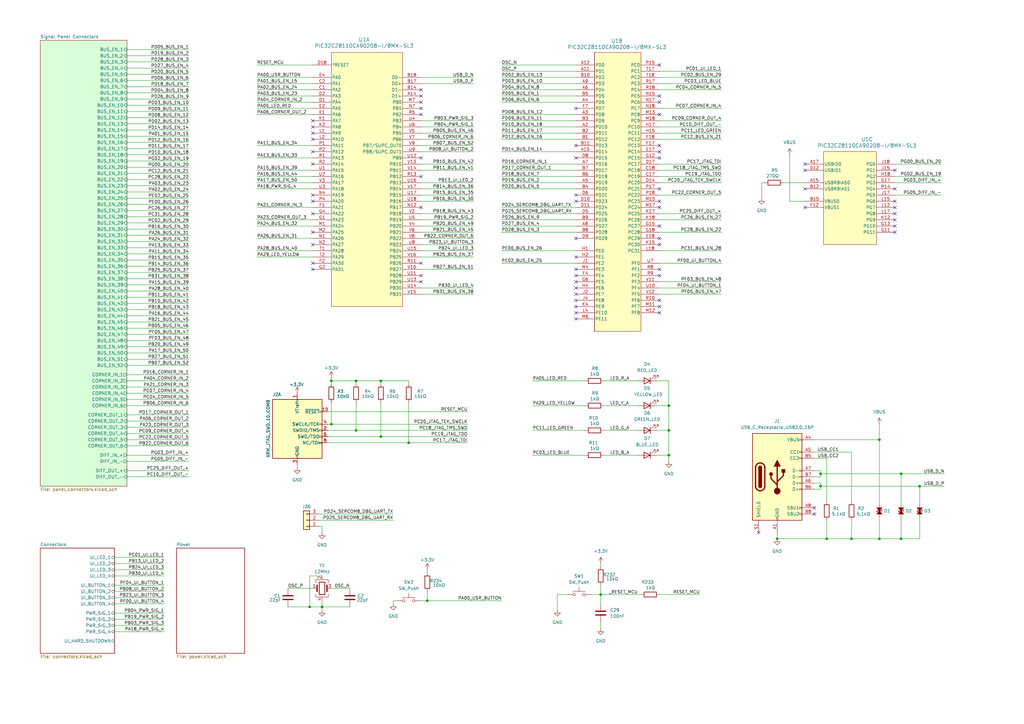
<source format=kicad_sch>
(kicad_sch (version 20250114) (generator "eeschema") (generator_version "9.0")
  (paper "A3")
  (title_block (title "Cerberus") (date "2025-07-28") (rev "REV A") (company "TamperSec") (comment 1 "Justin Newkirk"))
  (lib_symbols
    (symbol "Connector:Conn_ARM_JTAG_SWD_10" (pin_names (offset 1.016))
      (property "Reference" "J1" (at -7.366 14.478 0))
      (property "Value" "ARM_JTAG_SWD_10_COMB" (at -11.938 11.684 90))
      (symbol "Conn_ARM_JTAG_SWD_10_1_1"
        (pin power_in line (at 0 15.24 270) (length 2.54) (name "VTref") (number "1"))
        (pin power_in line (at 0 -13.97 90) (length 2.54) (name "GND") (number "3"))
        (pin open_collector line (at 12.7 7.62 180) (length 2.54) (name "~{RESET}") (number "10"))
        (pin output line (at 12.7 2.54 180) (length 2.54) (name "SWCLK/TCK") (number "4"))
        (pin bidirectional line (at 12.7 0 180) (length 2.54) (name "SWDIO/TMS") (number "2"))
        (pin input line (at 12.7 -2.54 180) (length 2.54) (name "SWO/TDO") (number "6"))
        (pin output line (at 12.7 -5.08 180) (length 2.54) (name "NC/TDI") (number "8"))
      )
      (symbol "Conn_ARM_JTAG_SWD_10_2_1"
        (pin passive line (at 6.35 3.81 180) (length 2.54) (name "~{RESET_B}") (number "9"))
        (pin passive line (at 6.35 0 180) (length 2.54) (name "SWDIO_B") (number "7"))
        (pin passive line (at 6.35 -3.81 180) (length 2.54) (name "SWCLK_B") (number "5"))
      )
    )
    (symbol "Connector:USB_C_Receptacle_USB2.0_16P" (pin_names (offset 1.016))
      (property "Reference" "J" (at 0 22.225 0))
      (property "Value" "USB_C_Receptacle_USB2.0_16P" (at 0 19.685 0))
      (symbol "USB_C_Receptacle_USB2.0_16P_1_1"
        (pin passive line (at -7.62 -22.86 90) (length 5.08) (name "SHIELD") (number "S1"))
        (pin passive line (at 0 -22.86 90) (length 5.08) (name "GND") (number "A1"))
        (pin passive line (at 0 -22.86 90) (length 5.08) (hide yes) (name "GND") (number "A12"))
        (pin passive line (at 0 -22.86 90) (length 5.08) (hide yes) (name "GND") (number "B1"))
        (pin passive line (at 0 -22.86 90) (length 5.08) (hide yes) (name "GND") (number "B12"))
        (pin passive line (at 15.24 15.24 180) (length 5.08) (name "VBUS") (number "A4"))
        (pin passive line (at 15.24 15.24 180) (length 5.08) (hide yes) (name "VBUS") (number "A9"))
        (pin passive line (at 15.24 15.24 180) (length 5.08) (hide yes) (name "VBUS") (number "B4"))
        (pin passive line (at 15.24 15.24 180) (length 5.08) (hide yes) (name "VBUS") (number "B9"))
        (pin bidirectional line (at 15.24 10.16 180) (length 5.08) (name "CC1") (number "A5"))
        (pin bidirectional line (at 15.24 7.62 180) (length 5.08) (name "CC2") (number "B5"))
        (pin bidirectional line (at 15.24 2.54 180) (length 5.08) (name "D-") (number "A7"))
        (pin bidirectional line (at 15.24 0 180) (length 5.08) (name "D-") (number "B7"))
        (pin bidirectional line (at 15.24 -2.54 180) (length 5.08) (name "D+") (number "A6"))
        (pin bidirectional line (at 15.24 -5.08 180) (length 5.08) (name "D+") (number "B6"))
        (pin bidirectional line (at 15.24 -12.7 180) (length 5.08) (name "SBU1") (number "A8"))
        (pin bidirectional line (at 15.24 -15.24 180) (length 5.08) (name "SBU2") (number "B8"))
      )
    )
    (symbol "Connector_Generic:Conn_01x03" (pin_names (offset 1.016) (hide yes))
      (property "Reference" "J" (at 0 5.08 0))
      (property "Value" "Conn_01x03" (at 0 -5.08 0))
      (symbol "Conn_01x03_1_1"
        (pin passive line (at -5.08 2.54 0) (length 3.81) (name "Pin_1") (number "1"))
        (pin passive line (at -5.08 0 0) (length 3.81) (name "Pin_2") (number "2"))
        (pin passive line (at -5.08 -2.54 0) (length 3.81) (name "Pin_3") (number "3"))
      )
    )
    (symbol "Device:C" (pin_numbers (hide yes)) (pin_names (offset 0.254))
      (property "Reference" "C" (at 0.635 2.54 0))
      (property "Value" "C" (at 0.635 -2.54 0))
      (symbol "C_1_1"
        (pin passive line (at 0 3.81 270) (length 2.794) (name "~") (number "1"))
        (pin passive line (at 0 -3.81 90) (length 2.794) (name "~") (number "2"))
      )
    )
    (symbol "Device:Crystal_GND24" (pin_names (offset 1.016) (hide yes))
      (property "Reference" "Y" (at 3.175 5.08 0))
      (property "Value" "Crystal_GND24" (at 3.175 3.175 0))
      (symbol "Crystal_GND24_1_1"
        (pin passive line (at -3.81 0 0) (length 1.27) (name "1") (number "1"))
        (pin passive line (at 0 5.08 270) (length 1.27) (name "2") (number "2"))
        (pin passive line (at 0 -5.08 90) (length 1.27) (name "4") (number "4"))
        (pin passive line (at 3.81 0 180) (length 1.27) (name "3") (number "3"))
      )
    )
    (symbol "Device:D_TVS_Small_Filled" (pin_numbers (hide yes)) (pin_names (offset 1.016) (hide yes))
      (property "Reference" "D" (at 0 2.54 0))
      (property "Value" "D_TVS_Small_Filled" (at 0 -2.54 0))
      (symbol "D_TVS_Small_Filled_1_1"
        (pin passive line (at -2.54 0 0) (length 1.27) (name "A1") (number "1"))
        (pin passive line (at 2.54 0 180) (length 1.27) (name "A2") (number "2"))
      )
    )
    (symbol "Device:LED" (pin_numbers (hide yes)) (pin_names (offset 1.016) (hide yes))
      (property "Reference" "D" (at 0 2.54 0))
      (property "Value" "LED" (at 0 -2.54 0))
      (symbol "LED_1_1"
        (pin passive line (at -3.81 0 0) (length 2.54) (name "K") (number "1"))
        (pin passive line (at 3.81 0 180) (length 2.54) (name "A") (number "2"))
      )
    )
    (symbol "Device:R" (pin_numbers (hide yes)) (pin_names (offset 0))
      (property "Reference" "R" (at 2.032 0 90))
      (property "Value" "R" (at 0 0 90))
      (symbol "R_1_1"
        (pin passive line (at 0 3.81 270) (length 1.27) (name "~") (number "1"))
        (pin passive line (at 0 -3.81 90) (length 1.27) (name "~") (number "2"))
      )
    )
    (symbol "PIC32CZ8110CA90208-I-8MX-SL3:PIC32CZ8110CA90208-I_8MX-SL3" (pin_names (offset 0.254))
      (property "Reference" "U" (at 23.876 9.652 0))
      (property "Value" "PIC32CZ8110CA90208-I/8MX-SL3" (at 23.876 7.112 0))
      (symbol "PIC32CZ8110CA90208-I_8MX-SL3_1_1"
        (pin input line (at 0 0 0) (length 7.62) (name "*RESET") (number "D18"))
        (pin bidirectional line (at 0 -5.08 0) (length 7.62) (name "PA0") (number "E4"))
        (pin bidirectional line (at 0 -7.62 0) (length 7.62) (name "PA1") (number "C2"))
        (pin bidirectional line (at 0 -10.16 0) (length 7.62) (name "PA2") (number "C1"))
        (pin bidirectional line (at 0 -12.7 0) (length 7.62) (name "PA3") (number "D2"))
        (pin bidirectional line (at 0 -15.24 0) (length 7.62) (name "PA4") (number "D1"))
        (pin bidirectional line (at 0 -17.78 0) (length 7.62) (name "PA5") (number "E2"))
        (pin bidirectional line (at 0 -20.32 0) (length 7.62) (name "PA6") (number "E1"))
        (pin bidirectional line (at 0 -22.86 0) (length 7.62) (name "PA7") (number "K1"))
        (pin bidirectional line (at 0 -25.4 0) (length 7.62) (name "PA8") (number "K2"))
        (pin bidirectional line (at 0 -27.94 0) (length 7.62) (name "PA9") (number "L1"))
        (pin bidirectional line (at 0 -30.48 0) (length 7.62) (name "PA10") (number "L2"))
        (pin bidirectional line (at 0 -33.02 0) (length 7.62) (name "PA11") (number "P1"))
        (pin bidirectional line (at 0 -35.56 0) (length 7.62) (name "PA12") (number "P2"))
        (pin bidirectional line (at 0 -38.1 0) (length 7.62) (name "PA13") (number "R1"))
        (pin bidirectional line (at 0 -40.64 0) (length 7.62) (name "PA14") (number "R2"))
        (pin bidirectional line (at 0 -43.18 0) (length 7.62) (name "PA15") (number "U1"))
        (pin bidirectional line (at 0 -45.72 0) (length 7.62) (name "PA16") (number "U2"))
        (pin bidirectional line (at 0 -48.26 0) (length 7.62) (name "PA17") (number "V3"))
        (pin bidirectional line (at 0 -50.8 0) (length 7.62) (name "PA18") (number "U3"))
        (pin bidirectional line (at 0 -53.34 0) (length 7.62) (name "PA19") (number "N4"))
        (pin bidirectional line (at 0 -55.88 0) (length 7.62) (name "PA20") (number "P4"))
        (pin bidirectional line (at 0 -58.42 0) (length 7.62) (name "PA21") (number "F1"))
        (pin bidirectional line (at 0 -60.96 0) (length 7.62) (name "PA22") (number "G4"))
        (pin bidirectional line (at 0 -63.5 0) (length 7.62) (name "PA23") (number "G1"))
        (pin bidirectional line (at 0 -66.04 0) (length 7.62) (name "PA24") (number "M1"))
        (pin bidirectional line (at 0 -68.58 0) (length 7.62) (name "PA25") (number "M2"))
        (pin bidirectional line (at 0 -71.12 0) (length 7.62) (name "PA26") (number "N1"))
        (pin bidirectional line (at 0 -73.66 0) (length 7.62) (name "PA27") (number "N2"))
        (pin bidirectional line (at 0 -76.2 0) (length 7.62) (name "PA28") (number "T1"))
        (pin bidirectional line (at 0 -78.74 0) (length 7.62) (name "PA29") (number "T2"))
        (pin bidirectional line (at 0 -81.28 0) (length 7.62) (name "PA30") (number "F2"))
        (pin bidirectional line (at 0 -83.82 0) (length 7.62) (name "PA31") (number "G2"))
        (pin unspecified line (at 44.45 -5.08 180) (length 7.62) (name "D0-") (number "B18"))
        (pin unspecified line (at 44.45 -7.62 180) (length 7.62) (name "D0+") (number "B17"))
        (pin unspecified line (at 44.45 -10.16 180) (length 7.62) (name "D1-") (number "B14"))
        (pin unspecified line (at 44.45 -12.7 180) (length 7.62) (name "D1+") (number "A14"))
        (pin bidirectional line (at 44.45 -15.24 180) (length 7.62) (name "PB0") (number "M7"))
        (pin bidirectional line (at 44.45 -17.78 180) (length 7.62) (name "PB1") (number "N7"))
        (pin bidirectional line (at 44.45 -20.32 180) (length 7.62) (name "PB2") (number "R5"))
        (pin bidirectional line (at 44.45 -22.86 180) (length 7.62) (name "PB3") (number "U4"))
        (pin bidirectional line (at 44.45 -25.4 180) (length 7.62) (name "PB4") (number "U6"))
        (pin bidirectional line (at 44.45 -27.94 180) (length 7.62) (name "PB5") (number "V5"))
        (pin bidirectional line (at 44.45 -30.48 180) (length 7.62) (name "PB6") (number "V7"))
        (pin bidirectional line (at 44.45 -33.02 180) (length 7.62) (name "PB7/SUPC_OUT0") (number "V9"))
        (pin bidirectional line (at 44.45 -35.56 180) (length 7.62) (name "PB8/SUPC_OUT1") (number "U9"))
        (pin bidirectional line (at 44.45 -38.1 180) (length 7.62) (name "PB9") (number "U12"))
        (pin bidirectional line (at 44.45 -40.64 180) (length 7.62) (name "PB10") (number "V13"))
        (pin bidirectional line (at 44.45 -43.18 180) (length 7.62) (name "PB11") (number "V14"))
        (pin bidirectional line (at 44.45 -45.72 180) (length 7.62) (name "PB12") (number "R13"))
        (pin bidirectional line (at 44.45 -48.26 180) (length 7.62) (name "PB13") (number "U16"))
        (pin bidirectional line (at 44.45 -50.8 180) (length 7.62) (name "PB14") (number "V17"))
        (pin bidirectional line (at 44.45 -53.34 180) (length 7.62) (name "PB15") (number "U17"))
        (pin bidirectional line (at 44.45 -55.88 180) (length 7.62) (name "PB16") (number "U18"))
        (pin bidirectional line (at 44.45 -58.42 180) (length 7.62) (name "PB17") (number "N12"))
        (pin bidirectional line (at 44.45 -60.96 180) (length 7.62) (name "PB18") (number "V2"))
        (pin bidirectional line (at 44.45 -63.5 180) (length 7.62) (name "PB19") (number "U5"))
        (pin bidirectional line (at 44.45 -66.04 180) (length 7.62) (name "PB20") (number "V4"))
        (pin bidirectional line (at 44.45 -68.58 180) (length 7.62) (name "PB21") (number "V6"))
        (pin bidirectional line (at 44.45 -71.12 180) (length 7.62) (name "PB22") (number "V8"))
        (pin bidirectional line (at 44.45 -73.66 180) (length 7.62) (name "PB23") (number "U8"))
        (pin bidirectional line (at 44.45 -76.2 180) (length 7.62) (name "PB24") (number "U15"))
        (pin bidirectional line (at 44.45 -78.74 180) (length 7.62) (name "PB25") (number "V16"))
        (pin bidirectional line (at 44.45 -81.28 180) (length 7.62) (name "PB26") (number "R11"))
        (pin bidirectional line (at 44.45 -83.82 180) (length 7.62) (name "PB27") (number "V10"))
        (pin bidirectional line (at 44.45 -86.36 180) (length 7.62) (name "PB28") (number "U11"))
        (pin bidirectional line (at 44.45 -88.9 180) (length 7.62) (name "PB29") (number "U13"))
        (pin bidirectional line (at 44.45 -91.44 180) (length 7.62) (name "PB30") (number "U14"))
        (pin bidirectional line (at 44.45 -93.98 180) (length 7.62) (name "PB31") (number "V15"))
      )
      (symbol "PIC32CZ8110CA90208-I_8MX-SL3_2_1"
        (pin bidirectional line (at 0 0 0) (length 7.62) (name "PD0") (number "A12"))
        (pin bidirectional line (at 0 -2.54 0) (length 7.62) (name "PD1") (number "A11"))
        (pin bidirectional line (at 0 -5.08 0) (length 7.62) (name "PD2") (number "B10"))
        (pin bidirectional line (at 0 -7.62 0) (length 7.62) (name "PD3") (number "A9"))
        (pin bidirectional line (at 0 -10.16 0) (length 7.62) (name "PD4") (number "A6"))
        (pin bidirectional line (at 0 -12.7 0) (length 7.62) (name "PD5") (number "B5"))
        (pin bidirectional line (at 0 -15.24 0) (length 7.62) (name "PD6") (number "A4"))
        (pin bidirectional line (at 0 -17.78 0) (length 7.62) (name "PD7") (number "F7"))
        (pin bidirectional line (at 0 -20.32 0) (length 7.62) (name "PD8") (number "A3"))
        (pin bidirectional line (at 0 -22.86 0) (length 7.62) (name "PD9") (number "B3"))
        (pin bidirectional line (at 0 -25.4 0) (length 7.62) (name "PD10") (number "A2"))
        (pin bidirectional line (at 0 -27.94 0) (length 7.62) (name "PD11") (number "B2"))
        (pin bidirectional line (at 0 -30.48 0) (length 7.62) (name "PD12") (number "B1"))
        (pin bidirectional line (at 0 -33.02 0) (length 7.62) (name "PD13") (number "B11"))
        (pin bidirectional line (at 0 -35.56 0) (length 7.62) (name "PD14") (number "A10"))
        (pin bidirectional line (at 0 -38.1 0) (length 7.62) (name "PD15") (number "D8"))
        (pin bidirectional line (at 0 -40.64 0) (length 7.62) (name "PD16") (number "A7"))
        (pin bidirectional line (at 0 -43.18 0) (length 7.62) (name "PD17") (number "B7"))
        (pin bidirectional line (at 0 -45.72 0) (length 7.62) (name "PD18") (number "B6"))
        (pin bidirectional line (at 0 -48.26 0) (length 7.62) (name "PD19") (number "A5"))
        (pin bidirectional line (at 0 -50.8 0) (length 7.62) (name "PD20") (number "B4"))
        (pin bidirectional line (at 0 -53.34 0) (length 7.62) (name "PD21") (number "D6"))
        (pin bidirectional line (at 0 -55.88 0) (length 7.62) (name "PD23") (number "D10"))
        (pin bidirectional line (at 0 -58.42 0) (length 7.62) (name "PD24") (number "D11"))
        (pin bidirectional line (at 0 -60.96 0) (length 7.62) (name "PD25") (number "D5"))
        (pin bidirectional line (at 0 -63.5 0) (length 7.62) (name "PD26") (number "B9"))
        (pin bidirectional line (at 0 -66.04 0) (length 7.62) (name "PD27") (number "A8"))
        (pin bidirectional line (at 0 -68.58 0) (length 7.62) (name "PD28") (number "B8"))
        (pin bidirectional line (at 0 -71.12 0) (length 7.62) (name "PD29") (number "D9"))
        (pin bidirectional line (at 0 -76.2 0) (length 7.62) (name "PE0") (number "H1"))
        (pin bidirectional line (at 0 -78.74 0) (length 7.62) (name "PE1") (number "H2"))
        (pin bidirectional line (at 0 -81.28 0) (length 7.62) (name "PE2") (number "J1"))
        (pin bidirectional line (at 0 -83.82 0) (length 7.62) (name "PE3") (number "M4"))
        (pin bidirectional line (at 0 -86.36 0) (length 7.62) (name "PE4") (number "F4"))
        (pin bidirectional line (at 0 -88.9 0) (length 7.62) (name "PE5") (number "G6"))
        (pin bidirectional line (at 0 -91.44 0) (length 7.62) (name "PE6") (number "H4"))
        (pin bidirectional line (at 0 -93.98 0) (length 7.62) (name "PE7") (number "J2"))
        (pin bidirectional line (at 0 -96.52 0) (length 7.62) (name "PE8") (number "J4"))
        (pin bidirectional line (at 0 -99.06 0) (length 7.62) (name "PE9") (number "K4"))
        (pin bidirectional line (at 0 -101.6 0) (length 7.62) (name "PE10") (number "L4"))
        (pin bidirectional line (at 0 -104.14 0) (length 7.62) (name "PE11") (number "M6"))
        (pin bidirectional line (at 34.29 0 180) (length 7.62) (name "PC0") (number "P15"))
        (pin bidirectional line (at 34.29 -2.54 180) (length 7.62) (name "PC1") (number "T17"))
        (pin bidirectional line (at 34.29 -5.08 180) (length 7.62) (name "PC2") (number "T18"))
        (pin bidirectional line (at 34.29 -7.62 180) (length 7.62) (name "PC3") (number "R17"))
        (pin bidirectional line (at 34.29 -10.16 180) (length 7.62) (name "PC4") (number "R18"))
        (pin bidirectional line (at 34.29 -12.7 180) (length 7.62) (name "PC5") (number "N15"))
        (pin bidirectional line (at 34.29 -15.24 180) (length 7.62) (name "PC6") (number "N17"))
        (pin bidirectional line (at 34.29 -17.78 180) (length 7.62) (name "PC7") (number "N18"))
        (pin bidirectional line (at 34.29 -20.32 180) (length 7.62) (name "PC8") (number "M13"))
        (pin bidirectional line (at 34.29 -22.86 180) (length 7.62) (name "PC9") (number "M18"))
        (pin bidirectional line (at 34.29 -25.4 180) (length 7.62) (name "PC10") (number "H17"))
        (pin bidirectional line (at 34.29 -27.94 180) (length 7.62) (name "PC11") (number "H15"))
        (pin bidirectional line (at 34.29 -30.48 180) (length 7.62) (name "PC12") (number "F18"))
        (pin bidirectional line (at 34.29 -33.02 180) (length 7.62) (name "PC13") (number "F17"))
        (pin bidirectional line (at 34.29 -35.56 180) (length 7.62) (name "PC14") (number "E17"))
        (pin bidirectional line (at 34.29 -38.1 180) (length 7.62) (name "PC15") (number "G12"))
        (pin bidirectional line (at 34.29 -40.64 180) (length 7.62) (name "PC17") (number "D17"))
        (pin bidirectional line (at 34.29 -43.18 180) (length 7.62) (name "PC18") (number "C18"))
        (pin bidirectional line (at 34.29 -45.72 180) (length 7.62) (name "PC19") (number "C17"))
        (pin bidirectional line (at 34.29 -48.26 180) (length 7.62) (name "PC20") (number "D14"))
        (pin bidirectional line (at 34.29 -50.8 180) (length 7.62) (name "PC21") (number "P17"))
        (pin bidirectional line (at 34.29 -53.34 180) (length 7.62) (name "PC22") (number "P18"))
        (pin bidirectional line (at 34.29 -55.88 180) (length 7.62) (name "PC23") (number "M15"))
        (pin bidirectional line (at 34.29 -58.42 180) (length 7.62) (name "PC24") (number "M17"))
        (pin bidirectional line (at 34.29 -60.96 180) (length 7.62) (name "PC25") (number "K17"))
        (pin bidirectional line (at 34.29 -63.5 180) (length 7.62) (name "PC26") (number "K18"))
        (pin bidirectional line (at 34.29 -66.04 180) (length 7.62) (name "PC27") (number "G15"))
        (pin bidirectional line (at 34.29 -68.58 180) (length 7.62) (name "PC28") (number "G18"))
        (pin bidirectional line (at 34.29 -71.12 180) (length 7.62) (name "PC29") (number "E18"))
        (pin bidirectional line (at 34.29 -73.66 180) (length 7.62) (name "PC30") (number "K15"))
        (pin bidirectional line (at 34.29 -76.2 180) (length 7.62) (name "PC31") (number "L18"))
        (pin bidirectional line (at 34.29 -81.28 180) (length 7.62) (name "PF0") (number "U7"))
        (pin bidirectional line (at 34.29 -83.82 180) (length 7.62) (name "PF1") (number "R8"))
        (pin bidirectional line (at 34.29 -86.36 180) (length 7.62) (name "PF2") (number "R9"))
        (pin bidirectional line (at 34.29 -88.9 180) (length 7.62) (name "PF3") (number "V11"))
        (pin bidirectional line (at 34.29 -91.44 180) (length 7.62) (name "PF4") (number "U10"))
        (pin bidirectional line (at 34.29 -93.98 180) (length 7.62) (name "PF5") (number "V12"))
        (pin bidirectional line (at 34.29 -96.52 180) (length 7.62) (name "PF6") (number "R10"))
        (pin bidirectional line (at 34.29 -99.06 180) (length 7.62) (name "PF7") (number "M11"))
        (pin bidirectional line (at 34.29 -101.6 180) (length 7.62) (name "PF8") (number "M12"))
      )
      (symbol "PIC32CZ8110CA90208-I_8MX-SL3_3_1"
        (pin unspecified line (at 0 0 0) (length 7.62) (name "USBID0") (number "A17"))
        (pin unspecified line (at 0 -2.54 0) (length 7.62) (name "USBID1") (number "D12"))
        (pin unspecified line (at 0 -7.62 0) (length 7.62) (name "USBRBIAS0") (number "A15"))
        (pin unspecified line (at 0 -10.16 0) (length 7.62) (name "USBRBIAS1") (number "B12"))
        (pin bidirectional line (at 0 -15.24 0) (length 7.62) (name "VBUS0") (number "B15"))
        (pin bidirectional line (at 0 -17.78 0) (length 7.62) (name "VBUS1") (number "F12"))
        (pin bidirectional line (at 36.83 0 180) (length 7.62) (name "PG0") (number "J18"))
        (pin bidirectional line (at 36.83 -2.54 180) (length 7.62) (name "PG1") (number "J15"))
        (pin bidirectional line (at 36.83 -5.08 180) (length 7.62) (name "PG2") (number "H18"))
        (pin bidirectional line (at 36.83 -7.62 180) (length 7.62) (name "PG3") (number "G17"))
        (pin bidirectional line (at 36.83 -10.16 180) (length 7.62) (name "PG4") (number "R14"))
        (pin bidirectional line (at 36.83 -12.7 180) (length 7.62) (name "PG5") (number "J17"))
        (pin bidirectional line (at 36.83 -15.24 180) (length 7.62) (name "PG6") (number "L15"))
        (pin bidirectional line (at 36.83 -17.78 180) (length 7.62) (name "PG7") (number "L12"))
        (pin bidirectional line (at 36.83 -20.32 180) (length 7.62) (name "PG8") (number "L17"))
        (pin bidirectional line (at 36.83 -22.86 180) (length 7.62) (name "PG9") (number "K12"))
        (pin bidirectional line (at 36.83 -25.4 180) (length 7.62) (name "PG10") (number "G13"))
        (pin bidirectional line (at 36.83 -27.94 180) (length 7.62) (name "PG11") (number "G11"))
      )
      (symbol "PIC32CZ8110CA90208-I_8MX-SL3_4_1"
        (pin power_in line (at 0 0 0) (length 7.62) (name "AVDD") (number "R7"))
        (pin power_in line (at 0 -5.08 0) (length 7.62) (name "VDDIO") (number "F15"))
        (pin power_in line (at 0 -7.62 0) (length 7.62) (name "VDDIO") (number "G7"))
        (pin power_in line (at 0 -10.16 0) (length 7.62) (name "VDDIO") (number "G9"))
        (pin power_in line (at 0 -12.7 0) (length 7.62) (name "VDDIO") (number "G10"))
        (pin power_in line (at 0 -15.24 0) (length 7.62) (name "VDDIO") (number "H7"))
        (pin power_in line (at 0 -17.78 0) (length 7.62) (name "VDDIO") (number "H9"))
        (pin power_in line (at 0 -20.32 0) (length 7.62) (name "VDDIO") (number "H11"))
        (pin power_in line (at 0 -22.86 0) (length 7.62) (name "VDDIO") (number "J9"))
        (pin power_in line (at 0 -25.4 0) (length 7.62) (name "VDDIO") (number "J11"))
        (pin power_in line (at 0 -27.94 0) (length 7.62) (name "VDDIO") (number "K7"))
        (pin power_in line (at 0 -30.48 0) (length 7.62) (name "VDDIO") (number "K10"))
        (pin power_in line (at 0 -33.02 0) (length 7.62) (name "VDDIO") (number "L7"))
        (pin power_in line (at 0 -35.56 0) (length 7.62) (name "VDDIO") (number "L10"))
        (pin power_in line (at 0 -38.1 0) (length 7.62) (name "VDDIO") (number "M8"))
        (pin power_in line (at 0 -40.64 0) (length 7.62) (name "VDDIO") (number "M10"))
        (pin power_in line (at 0 -45.72 0) (length 7.62) (name "VDDREG") (number "D7"))
        (pin power_in line (at 0 -48.26 0) (length 7.62) (name "VDDREG") (number "D13"))
        (pin power_in line (at 0 -50.8 0) (length 7.62) (name "VDDREG") (number "R12"))
        (pin power_in line (at 0 -55.88 0) (length 7.62) (name "VUSB3V3_1") (number "B13"))
        (pin power_in line (at 0 -58.42 0) (length 7.62) (name "VUSB3VB3_0") (number "B16"))
        (pin power_out line (at 0 -60.96 0) (length 7.62) (name "AVSS") (number "R6"))
        (pin power_out line (at 0 -66.04 0) (length 7.62) (name "VSS") (number "A13"))
        (pin power_out line (at 0 -68.58 0) (length 7.62) (name "VSS") (number "A16"))
        (pin power_out line (at 0 -71.12 0) (length 7.62) (name "VSS") (number "E15"))
        (pin power_out line (at 0 -73.66 0) (length 7.62) (name "VSS") (number "G8"))
        (pin power_out line (at 0 -76.2 0) (length 7.62) (name "VSS") (number "H8"))
        (pin power_out line (at 0 -78.74 0) (length 7.62) (name "VSS") (number "H10"))
        (pin power_out line (at 0 -81.28 0) (length 7.62) (name "VSS") (number "H12"))
        (pin power_out line (at 0 -83.82 0) (length 7.62) (name "VSS") (number "J7"))
        (pin power_out line (at 0 -86.36 0) (length 7.62) (name "VSS") (number "J8"))
        (pin power_out line (at 0 -88.9 0) (length 7.62) (name "VSS") (number "J10"))
        (pin power_out line (at 0 -91.44 0) (length 7.62) (name "VSS") (number "J12"))
        (pin power_out line (at 0 -93.98 0) (length 7.62) (name "VSS") (number "K8"))
        (pin power_out line (at 0 -96.52 0) (length 7.62) (name "VSS") (number "K9"))
        (pin power_out line (at 0 -99.06 0) (length 7.62) (name "VSS") (number "K11"))
        (pin power_out line (at 0 -101.6 0) (length 7.62) (name "VSS") (number "L8"))
        (pin power_out line (at 0 -104.14 0) (length 7.62) (name "VSS") (number "L9"))
        (pin power_out line (at 0 -106.68 0) (length 7.62) (name "VSS") (number "L11"))
        (pin power_out line (at 0 -109.22 0) (length 7.62) (name "VSS") (number "M9"))
      )
    )
    (symbol "PIC32CZ8110CA90208-I_8MX-SL3_2" (pin_names (offset 0.254))
      (property "Reference" "U" (at 23.876 9.652 0))
      (property "Value" "PIC32CZ8110CA90208-I/8MX-SL3" (at 23.876 7.112 0))
      (symbol "PIC32CZ8110CA90208-I_8MX-SL3_2_1_1"
        (pin input line (at 0 0 0) (length 7.62) (name "*RESET") (number "D18"))
        (pin bidirectional line (at 0 -5.08 0) (length 7.62) (name "PA0") (number "E4"))
        (pin bidirectional line (at 0 -7.62 0) (length 7.62) (name "PA1") (number "C2"))
        (pin bidirectional line (at 0 -10.16 0) (length 7.62) (name "PA2") (number "C1"))
        (pin bidirectional line (at 0 -12.7 0) (length 7.62) (name "PA3") (number "D2"))
        (pin bidirectional line (at 0 -15.24 0) (length 7.62) (name "PA4") (number "D1"))
        (pin bidirectional line (at 0 -17.78 0) (length 7.62) (name "PA5") (number "E2"))
        (pin bidirectional line (at 0 -20.32 0) (length 7.62) (name "PA6") (number "E1"))
        (pin bidirectional line (at 0 -22.86 0) (length 7.62) (name "PA7") (number "K1"))
        (pin bidirectional line (at 0 -25.4 0) (length 7.62) (name "PA8") (number "K2"))
        (pin bidirectional line (at 0 -27.94 0) (length 7.62) (name "PA9") (number "L1"))
        (pin bidirectional line (at 0 -30.48 0) (length 7.62) (name "PA10") (number "L2"))
        (pin bidirectional line (at 0 -33.02 0) (length 7.62) (name "PA11") (number "P1"))
        (pin bidirectional line (at 0 -35.56 0) (length 7.62) (name "PA12") (number "P2"))
        (pin bidirectional line (at 0 -38.1 0) (length 7.62) (name "PA13") (number "R1"))
        (pin bidirectional line (at 0 -40.64 0) (length 7.62) (name "PA14") (number "R2"))
        (pin bidirectional line (at 0 -43.18 0) (length 7.62) (name "PA15") (number "U1"))
        (pin bidirectional line (at 0 -45.72 0) (length 7.62) (name "PA16") (number "U2"))
        (pin bidirectional line (at 0 -48.26 0) (length 7.62) (name "PA17") (number "V3"))
        (pin bidirectional line (at 0 -50.8 0) (length 7.62) (name "PA18") (number "U3"))
        (pin bidirectional line (at 0 -53.34 0) (length 7.62) (name "PA19") (number "N4"))
        (pin bidirectional line (at 0 -55.88 0) (length 7.62) (name "PA20") (number "P4"))
        (pin bidirectional line (at 0 -58.42 0) (length 7.62) (name "PA21") (number "F1"))
        (pin bidirectional line (at 0 -60.96 0) (length 7.62) (name "PA22") (number "G4"))
        (pin bidirectional line (at 0 -63.5 0) (length 7.62) (name "PA23") (number "G1"))
        (pin bidirectional line (at 0 -66.04 0) (length 7.62) (name "PA24") (number "M1"))
        (pin bidirectional line (at 0 -68.58 0) (length 7.62) (name "PA25") (number "M2"))
        (pin bidirectional line (at 0 -71.12 0) (length 7.62) (name "PA26") (number "N1"))
        (pin bidirectional line (at 0 -73.66 0) (length 7.62) (name "PA27") (number "N2"))
        (pin bidirectional line (at 0 -76.2 0) (length 7.62) (name "PA28") (number "T1"))
        (pin bidirectional line (at 0 -78.74 0) (length 7.62) (name "PA29") (number "T2"))
        (pin bidirectional line (at 0 -81.28 0) (length 7.62) (name "PA30") (number "F2"))
        (pin bidirectional line (at 0 -83.82 0) (length 7.62) (name "PA31") (number "G2"))
        (pin unspecified line (at 44.45 -5.08 180) (length 7.62) (name "D0-") (number "B18"))
        (pin unspecified line (at 44.45 -7.62 180) (length 7.62) (name "D0+") (number "B17"))
        (pin unspecified line (at 44.45 -10.16 180) (length 7.62) (name "D1-") (number "B14"))
        (pin unspecified line (at 44.45 -12.7 180) (length 7.62) (name "D1+") (number "A14"))
        (pin bidirectional line (at 44.45 -15.24 180) (length 7.62) (name "PB0") (number "M7"))
        (pin bidirectional line (at 44.45 -17.78 180) (length 7.62) (name "PB1") (number "N7"))
        (pin bidirectional line (at 44.45 -20.32 180) (length 7.62) (name "PB2") (number "R5"))
        (pin bidirectional line (at 44.45 -22.86 180) (length 7.62) (name "PB3") (number "U4"))
        (pin bidirectional line (at 44.45 -25.4 180) (length 7.62) (name "PB4") (number "U6"))
        (pin bidirectional line (at 44.45 -27.94 180) (length 7.62) (name "PB5") (number "V5"))
        (pin bidirectional line (at 44.45 -30.48 180) (length 7.62) (name "PB6") (number "V7"))
        (pin bidirectional line (at 44.45 -33.02 180) (length 7.62) (name "PB7/SUPC_OUT0") (number "V9"))
        (pin bidirectional line (at 44.45 -35.56 180) (length 7.62) (name "PB8/SUPC_OUT1") (number "U9"))
        (pin bidirectional line (at 44.45 -38.1 180) (length 7.62) (name "PB9") (number "U12"))
        (pin bidirectional line (at 44.45 -40.64 180) (length 7.62) (name "PB10") (number "V13"))
        (pin bidirectional line (at 44.45 -43.18 180) (length 7.62) (name "PB11") (number "V14"))
        (pin bidirectional line (at 44.45 -45.72 180) (length 7.62) (name "PB12") (number "R13"))
        (pin bidirectional line (at 44.45 -48.26 180) (length 7.62) (name "PB13") (number "U16"))
        (pin bidirectional line (at 44.45 -50.8 180) (length 7.62) (name "PB14") (number "V17"))
        (pin bidirectional line (at 44.45 -53.34 180) (length 7.62) (name "PB15") (number "U17"))
        (pin bidirectional line (at 44.45 -55.88 180) (length 7.62) (name "PB16") (number "U18"))
        (pin bidirectional line (at 44.45 -58.42 180) (length 7.62) (name "PB17") (number "N12"))
        (pin bidirectional line (at 44.45 -60.96 180) (length 7.62) (name "PB18") (number "V2"))
        (pin bidirectional line (at 44.45 -63.5 180) (length 7.62) (name "PB19") (number "U5"))
        (pin bidirectional line (at 44.45 -66.04 180) (length 7.62) (name "PB20") (number "V4"))
        (pin bidirectional line (at 44.45 -68.58 180) (length 7.62) (name "PB21") (number "V6"))
        (pin bidirectional line (at 44.45 -71.12 180) (length 7.62) (name "PB22") (number "V8"))
        (pin bidirectional line (at 44.45 -73.66 180) (length 7.62) (name "PB23") (number "U8"))
        (pin bidirectional line (at 44.45 -76.2 180) (length 7.62) (name "PB24") (number "U15"))
        (pin bidirectional line (at 44.45 -78.74 180) (length 7.62) (name "PB25") (number "V16"))
        (pin bidirectional line (at 44.45 -81.28 180) (length 7.62) (name "PB26") (number "R11"))
        (pin bidirectional line (at 44.45 -83.82 180) (length 7.62) (name "PB27") (number "V10"))
        (pin bidirectional line (at 44.45 -86.36 180) (length 7.62) (name "PB28") (number "U11"))
        (pin bidirectional line (at 44.45 -88.9 180) (length 7.62) (name "PB29") (number "U13"))
        (pin bidirectional line (at 44.45 -91.44 180) (length 7.62) (name "PB30") (number "U14"))
        (pin bidirectional line (at 44.45 -93.98 180) (length 7.62) (name "PB31") (number "V15"))
      )
      (symbol "PIC32CZ8110CA90208-I_8MX-SL3_2_2_1"
        (pin bidirectional line (at 0 0 0) (length 7.62) (name "PD0") (number "A12"))
        (pin bidirectional line (at 0 -2.54 0) (length 7.62) (name "PD1") (number "A11"))
        (pin bidirectional line (at 0 -5.08 0) (length 7.62) (name "PD2") (number "B10"))
        (pin bidirectional line (at 0 -7.62 0) (length 7.62) (name "PD3") (number "A9"))
        (pin bidirectional line (at 0 -10.16 0) (length 7.62) (name "PD4") (number "A6"))
        (pin bidirectional line (at 0 -12.7 0) (length 7.62) (name "PD5") (number "B5"))
        (pin bidirectional line (at 0 -15.24 0) (length 7.62) (name "PD6") (number "A4"))
        (pin bidirectional line (at 0 -17.78 0) (length 7.62) (name "PD7") (number "F7"))
        (pin bidirectional line (at 0 -20.32 0) (length 7.62) (name "PD8") (number "A3"))
        (pin bidirectional line (at 0 -22.86 0) (length 7.62) (name "PD9") (number "B3"))
        (pin bidirectional line (at 0 -25.4 0) (length 7.62) (name "PD10") (number "A2"))
        (pin bidirectional line (at 0 -27.94 0) (length 7.62) (name "PD11") (number "B2"))
        (pin bidirectional line (at 0 -30.48 0) (length 7.62) (name "PD12") (number "B1"))
        (pin bidirectional line (at 0 -33.02 0) (length 7.62) (name "PD13") (number "B11"))
        (pin bidirectional line (at 0 -35.56 0) (length 7.62) (name "PD14") (number "A10"))
        (pin bidirectional line (at 0 -38.1 0) (length 7.62) (name "PD15") (number "D8"))
        (pin bidirectional line (at 0 -40.64 0) (length 7.62) (name "PD16") (number "A7"))
        (pin bidirectional line (at 0 -43.18 0) (length 7.62) (name "PD17") (number "B7"))
        (pin bidirectional line (at 0 -45.72 0) (length 7.62) (name "PD18") (number "B6"))
        (pin bidirectional line (at 0 -48.26 0) (length 7.62) (name "PD19") (number "A5"))
        (pin bidirectional line (at 0 -50.8 0) (length 7.62) (name "PD20") (number "B4"))
        (pin bidirectional line (at 0 -53.34 0) (length 7.62) (name "PD21") (number "D6"))
        (pin bidirectional line (at 0 -55.88 0) (length 7.62) (name "PD23") (number "D10"))
        (pin bidirectional line (at 0 -58.42 0) (length 7.62) (name "PD24") (number "D11"))
        (pin bidirectional line (at 0 -60.96 0) (length 7.62) (name "PD25") (number "D5"))
        (pin bidirectional line (at 0 -63.5 0) (length 7.62) (name "PD26") (number "B9"))
        (pin bidirectional line (at 0 -66.04 0) (length 7.62) (name "PD27") (number "A8"))
        (pin bidirectional line (at 0 -68.58 0) (length 7.62) (name "PD28") (number "B8"))
        (pin bidirectional line (at 0 -71.12 0) (length 7.62) (name "PD29") (number "D9"))
        (pin bidirectional line (at 0 -76.2 0) (length 7.62) (name "PE0") (number "H1"))
        (pin bidirectional line (at 0 -78.74 0) (length 7.62) (name "PE1") (number "H2"))
        (pin bidirectional line (at 0 -81.28 0) (length 7.62) (name "PE2") (number "J1"))
        (pin bidirectional line (at 0 -83.82 0) (length 7.62) (name "PE3") (number "M4"))
        (pin bidirectional line (at 0 -86.36 0) (length 7.62) (name "PE4") (number "F4"))
        (pin bidirectional line (at 0 -88.9 0) (length 7.62) (name "PE5") (number "G6"))
        (pin bidirectional line (at 0 -91.44 0) (length 7.62) (name "PE6") (number "H4"))
        (pin bidirectional line (at 0 -93.98 0) (length 7.62) (name "PE7") (number "J2"))
        (pin bidirectional line (at 0 -96.52 0) (length 7.62) (name "PE8") (number "J4"))
        (pin bidirectional line (at 0 -99.06 0) (length 7.62) (name "PE9") (number "K4"))
        (pin bidirectional line (at 0 -101.6 0) (length 7.62) (name "PE10") (number "L4"))
        (pin bidirectional line (at 0 -104.14 0) (length 7.62) (name "PE11") (number "M6"))
        (pin bidirectional line (at 34.29 0 180) (length 7.62) (name "PC0") (number "P15"))
        (pin bidirectional line (at 34.29 -2.54 180) (length 7.62) (name "PC1") (number "T17"))
        (pin bidirectional line (at 34.29 -5.08 180) (length 7.62) (name "PC2") (number "T18"))
        (pin bidirectional line (at 34.29 -7.62 180) (length 7.62) (name "PC3") (number "R17"))
        (pin bidirectional line (at 34.29 -10.16 180) (length 7.62) (name "PC4") (number "R18"))
        (pin bidirectional line (at 34.29 -12.7 180) (length 7.62) (name "PC5") (number "N15"))
        (pin bidirectional line (at 34.29 -15.24 180) (length 7.62) (name "PC6") (number "N17"))
        (pin bidirectional line (at 34.29 -17.78 180) (length 7.62) (name "PC7") (number "N18"))
        (pin bidirectional line (at 34.29 -20.32 180) (length 7.62) (name "PC8") (number "M13"))
        (pin bidirectional line (at 34.29 -22.86 180) (length 7.62) (name "PC9") (number "M18"))
        (pin bidirectional line (at 34.29 -25.4 180) (length 7.62) (name "PC10") (number "H17"))
        (pin bidirectional line (at 34.29 -27.94 180) (length 7.62) (name "PC11") (number "H15"))
        (pin bidirectional line (at 34.29 -30.48 180) (length 7.62) (name "PC12") (number "F18"))
        (pin bidirectional line (at 34.29 -33.02 180) (length 7.62) (name "PC13") (number "F17"))
        (pin bidirectional line (at 34.29 -35.56 180) (length 7.62) (name "PC14") (number "E17"))
        (pin bidirectional line (at 34.29 -38.1 180) (length 7.62) (name "PC15") (number "G12"))
        (pin bidirectional line (at 34.29 -40.64 180) (length 7.62) (name "PC17") (number "D17"))
        (pin bidirectional line (at 34.29 -43.18 180) (length 7.62) (name "PC18") (number "C18"))
        (pin bidirectional line (at 34.29 -45.72 180) (length 7.62) (name "PC19") (number "C17"))
        (pin bidirectional line (at 34.29 -48.26 180) (length 7.62) (name "PC20") (number "D14"))
        (pin bidirectional line (at 34.29 -50.8 180) (length 7.62) (name "PC21") (number "P17"))
        (pin bidirectional line (at 34.29 -53.34 180) (length 7.62) (name "PC22") (number "P18"))
        (pin bidirectional line (at 34.29 -55.88 180) (length 7.62) (name "PC23") (number "M15"))
        (pin bidirectional line (at 34.29 -58.42 180) (length 7.62) (name "PC24") (number "M17"))
        (pin bidirectional line (at 34.29 -60.96 180) (length 7.62) (name "PC25") (number "K17"))
        (pin bidirectional line (at 34.29 -63.5 180) (length 7.62) (name "PC26") (number "K18"))
        (pin bidirectional line (at 34.29 -66.04 180) (length 7.62) (name "PC27") (number "G15"))
        (pin bidirectional line (at 34.29 -68.58 180) (length 7.62) (name "PC28") (number "G18"))
        (pin bidirectional line (at 34.29 -71.12 180) (length 7.62) (name "PC29") (number "E18"))
        (pin bidirectional line (at 34.29 -73.66 180) (length 7.62) (name "PC30") (number "K15"))
        (pin bidirectional line (at 34.29 -76.2 180) (length 7.62) (name "PC31") (number "L18"))
        (pin bidirectional line (at 34.29 -81.28 180) (length 7.62) (name "PF0") (number "U7"))
        (pin bidirectional line (at 34.29 -83.82 180) (length 7.62) (name "PF1") (number "R8"))
        (pin bidirectional line (at 34.29 -86.36 180) (length 7.62) (name "PF2") (number "R9"))
        (pin bidirectional line (at 34.29 -88.9 180) (length 7.62) (name "PF3") (number "V11"))
        (pin bidirectional line (at 34.29 -91.44 180) (length 7.62) (name "PF4") (number "U10"))
        (pin bidirectional line (at 34.29 -93.98 180) (length 7.62) (name "PF5") (number "V12"))
        (pin bidirectional line (at 34.29 -96.52 180) (length 7.62) (name "PF6") (number "R10"))
        (pin bidirectional line (at 34.29 -99.06 180) (length 7.62) (name "PF7") (number "M11"))
        (pin bidirectional line (at 34.29 -101.6 180) (length 7.62) (name "PF8") (number "M12"))
      )
      (symbol "PIC32CZ8110CA90208-I_8MX-SL3_2_3_1"
        (pin unspecified line (at 0 0 0) (length 7.62) (name "USBID0") (number "A17"))
        (pin unspecified line (at 0 -2.54 0) (length 7.62) (name "USBID1") (number "D12"))
        (pin unspecified line (at 0 -7.62 0) (length 7.62) (name "USBRBIAS0") (number "A15"))
        (pin unspecified line (at 0 -10.16 0) (length 7.62) (name "USBRBIAS1") (number "B12"))
        (pin bidirectional line (at 0 -15.24 0) (length 7.62) (name "VBUS0") (number "B15"))
        (pin bidirectional line (at 0 -17.78 0) (length 7.62) (name "VBUS1") (number "F12"))
        (pin bidirectional line (at 36.83 0 180) (length 7.62) (name "PG0") (number "J18"))
        (pin bidirectional line (at 36.83 -2.54 180) (length 7.62) (name "PG1") (number "J15"))
        (pin bidirectional line (at 36.83 -5.08 180) (length 7.62) (name "PG2") (number "H18"))
        (pin bidirectional line (at 36.83 -7.62 180) (length 7.62) (name "PG3") (number "G17"))
        (pin bidirectional line (at 36.83 -10.16 180) (length 7.62) (name "PG4") (number "R14"))
        (pin bidirectional line (at 36.83 -12.7 180) (length 7.62) (name "PG5") (number "J17"))
        (pin bidirectional line (at 36.83 -15.24 180) (length 7.62) (name "PG6") (number "L15"))
        (pin bidirectional line (at 36.83 -17.78 180) (length 7.62) (name "PG7") (number "L12"))
        (pin bidirectional line (at 36.83 -20.32 180) (length 7.62) (name "PG8") (number "L17"))
        (pin bidirectional line (at 36.83 -22.86 180) (length 7.62) (name "PG9") (number "K12"))
        (pin bidirectional line (at 36.83 -25.4 180) (length 7.62) (name "PG10") (number "G13"))
        (pin bidirectional line (at 36.83 -27.94 180) (length 7.62) (name "PG11") (number "G11"))
      )
      (symbol "PIC32CZ8110CA90208-I_8MX-SL3_2_4_1"
        (pin power_in line (at 0 0 0) (length 7.62) (name "AVDD") (number "R7"))
        (pin power_in line (at 0 -5.08 0) (length 7.62) (name "VDDIO") (number "F15"))
        (pin power_in line (at 0 -7.62 0) (length 7.62) (name "VDDIO") (number "G7"))
        (pin power_in line (at 0 -10.16 0) (length 7.62) (name "VDDIO") (number "G9"))
        (pin power_in line (at 0 -12.7 0) (length 7.62) (name "VDDIO") (number "G10"))
        (pin power_in line (at 0 -15.24 0) (length 7.62) (name "VDDIO") (number "H7"))
        (pin power_in line (at 0 -17.78 0) (length 7.62) (name "VDDIO") (number "H9"))
        (pin power_in line (at 0 -20.32 0) (length 7.62) (name "VDDIO") (number "H11"))
        (pin power_in line (at 0 -22.86 0) (length 7.62) (name "VDDIO") (number "J9"))
        (pin power_in line (at 0 -25.4 0) (length 7.62) (name "VDDIO") (number "J11"))
        (pin power_in line (at 0 -27.94 0) (length 7.62) (name "VDDIO") (number "K7"))
        (pin power_in line (at 0 -30.48 0) (length 7.62) (name "VDDIO") (number "K10"))
        (pin power_in line (at 0 -33.02 0) (length 7.62) (name "VDDIO") (number "L7"))
        (pin power_in line (at 0 -35.56 0) (length 7.62) (name "VDDIO") (number "L10"))
        (pin power_in line (at 0 -38.1 0) (length 7.62) (name "VDDIO") (number "M8"))
        (pin power_in line (at 0 -40.64 0) (length 7.62) (name "VDDIO") (number "M10"))
        (pin power_in line (at 0 -45.72 0) (length 7.62) (name "VDDREG") (number "D7"))
        (pin power_in line (at 0 -48.26 0) (length 7.62) (name "VDDREG") (number "D13"))
        (pin power_in line (at 0 -50.8 0) (length 7.62) (name "VDDREG") (number "R12"))
        (pin power_in line (at 0 -55.88 0) (length 7.62) (name "VUSB3V3_1") (number "B13"))
        (pin power_in line (at 0 -58.42 0) (length 7.62) (name "VUSB3VB3_0") (number "B16"))
        (pin power_out line (at 0 -60.96 0) (length 7.62) (name "AVSS") (number "R6"))
        (pin power_out line (at 0 -66.04 0) (length 7.62) (name "VSS") (number "A13"))
        (pin power_out line (at 0 -68.58 0) (length 7.62) (name "VSS") (number "A16"))
        (pin power_out line (at 0 -71.12 0) (length 7.62) (name "VSS") (number "E15"))
        (pin power_out line (at 0 -73.66 0) (length 7.62) (name "VSS") (number "G8"))
        (pin power_out line (at 0 -76.2 0) (length 7.62) (name "VSS") (number "H8"))
        (pin power_out line (at 0 -78.74 0) (length 7.62) (name "VSS") (number "H10"))
        (pin power_out line (at 0 -81.28 0) (length 7.62) (name "VSS") (number "H12"))
        (pin power_out line (at 0 -83.82 0) (length 7.62) (name "VSS") (number "J7"))
        (pin power_out line (at 0 -86.36 0) (length 7.62) (name "VSS") (number "J8"))
        (pin power_out line (at 0 -88.9 0) (length 7.62) (name "VSS") (number "J10"))
        (pin power_out line (at 0 -91.44 0) (length 7.62) (name "VSS") (number "J12"))
        (pin power_out line (at 0 -93.98 0) (length 7.62) (name "VSS") (number "K8"))
        (pin power_out line (at 0 -96.52 0) (length 7.62) (name "VSS") (number "K9"))
        (pin power_out line (at 0 -99.06 0) (length 7.62) (name "VSS") (number "K11"))
        (pin power_out line (at 0 -101.6 0) (length 7.62) (name "VSS") (number "L8"))
        (pin power_out line (at 0 -104.14 0) (length 7.62) (name "VSS") (number "L9"))
        (pin power_out line (at 0 -106.68 0) (length 7.62) (name "VSS") (number "L11"))
        (pin power_out line (at 0 -109.22 0) (length 7.62) (name "VSS") (number "M9"))
      )
    )
    (symbol "PIC32CZ8110CA90208-I_8MX-SL3_3" (pin_names (offset 0.254))
      (property "Reference" "U" (at 23.876 9.652 0))
      (property "Value" "PIC32CZ8110CA90208-I/8MX-SL3" (at 23.876 7.112 0))
      (symbol "PIC32CZ8110CA90208-I_8MX-SL3_3_1_1"
        (pin input line (at 0 0 0) (length 7.62) (name "*RESET") (number "D18"))
        (pin bidirectional line (at 0 -5.08 0) (length 7.62) (name "PA0") (number "E4"))
        (pin bidirectional line (at 0 -7.62 0) (length 7.62) (name "PA1") (number "C2"))
        (pin bidirectional line (at 0 -10.16 0) (length 7.62) (name "PA2") (number "C1"))
        (pin bidirectional line (at 0 -12.7 0) (length 7.62) (name "PA3") (number "D2"))
        (pin bidirectional line (at 0 -15.24 0) (length 7.62) (name "PA4") (number "D1"))
        (pin bidirectional line (at 0 -17.78 0) (length 7.62) (name "PA5") (number "E2"))
        (pin bidirectional line (at 0 -20.32 0) (length 7.62) (name "PA6") (number "E1"))
        (pin bidirectional line (at 0 -22.86 0) (length 7.62) (name "PA7") (number "K1"))
        (pin bidirectional line (at 0 -25.4 0) (length 7.62) (name "PA8") (number "K2"))
        (pin bidirectional line (at 0 -27.94 0) (length 7.62) (name "PA9") (number "L1"))
        (pin bidirectional line (at 0 -30.48 0) (length 7.62) (name "PA10") (number "L2"))
        (pin bidirectional line (at 0 -33.02 0) (length 7.62) (name "PA11") (number "P1"))
        (pin bidirectional line (at 0 -35.56 0) (length 7.62) (name "PA12") (number "P2"))
        (pin bidirectional line (at 0 -38.1 0) (length 7.62) (name "PA13") (number "R1"))
        (pin bidirectional line (at 0 -40.64 0) (length 7.62) (name "PA14") (number "R2"))
        (pin bidirectional line (at 0 -43.18 0) (length 7.62) (name "PA15") (number "U1"))
        (pin bidirectional line (at 0 -45.72 0) (length 7.62) (name "PA16") (number "U2"))
        (pin bidirectional line (at 0 -48.26 0) (length 7.62) (name "PA17") (number "V3"))
        (pin bidirectional line (at 0 -50.8 0) (length 7.62) (name "PA18") (number "U3"))
        (pin bidirectional line (at 0 -53.34 0) (length 7.62) (name "PA19") (number "N4"))
        (pin bidirectional line (at 0 -55.88 0) (length 7.62) (name "PA20") (number "P4"))
        (pin bidirectional line (at 0 -58.42 0) (length 7.62) (name "PA21") (number "F1"))
        (pin bidirectional line (at 0 -60.96 0) (length 7.62) (name "PA22") (number "G4"))
        (pin bidirectional line (at 0 -63.5 0) (length 7.62) (name "PA23") (number "G1"))
        (pin bidirectional line (at 0 -66.04 0) (length 7.62) (name "PA24") (number "M1"))
        (pin bidirectional line (at 0 -68.58 0) (length 7.62) (name "PA25") (number "M2"))
        (pin bidirectional line (at 0 -71.12 0) (length 7.62) (name "PA26") (number "N1"))
        (pin bidirectional line (at 0 -73.66 0) (length 7.62) (name "PA27") (number "N2"))
        (pin bidirectional line (at 0 -76.2 0) (length 7.62) (name "PA28") (number "T1"))
        (pin bidirectional line (at 0 -78.74 0) (length 7.62) (name "PA29") (number "T2"))
        (pin bidirectional line (at 0 -81.28 0) (length 7.62) (name "PA30") (number "F2"))
        (pin bidirectional line (at 0 -83.82 0) (length 7.62) (name "PA31") (number "G2"))
        (pin unspecified line (at 44.45 -5.08 180) (length 7.62) (name "D0-") (number "B18"))
        (pin unspecified line (at 44.45 -7.62 180) (length 7.62) (name "D0+") (number "B17"))
        (pin unspecified line (at 44.45 -10.16 180) (length 7.62) (name "D1-") (number "B14"))
        (pin unspecified line (at 44.45 -12.7 180) (length 7.62) (name "D1+") (number "A14"))
        (pin bidirectional line (at 44.45 -15.24 180) (length 7.62) (name "PB0") (number "M7"))
        (pin bidirectional line (at 44.45 -17.78 180) (length 7.62) (name "PB1") (number "N7"))
        (pin bidirectional line (at 44.45 -20.32 180) (length 7.62) (name "PB2") (number "R5"))
        (pin bidirectional line (at 44.45 -22.86 180) (length 7.62) (name "PB3") (number "U4"))
        (pin bidirectional line (at 44.45 -25.4 180) (length 7.62) (name "PB4") (number "U6"))
        (pin bidirectional line (at 44.45 -27.94 180) (length 7.62) (name "PB5") (number "V5"))
        (pin bidirectional line (at 44.45 -30.48 180) (length 7.62) (name "PB6") (number "V7"))
        (pin bidirectional line (at 44.45 -33.02 180) (length 7.62) (name "PB7/SUPC_OUT0") (number "V9"))
        (pin bidirectional line (at 44.45 -35.56 180) (length 7.62) (name "PB8/SUPC_OUT1") (number "U9"))
        (pin bidirectional line (at 44.45 -38.1 180) (length 7.62) (name "PB9") (number "U12"))
        (pin bidirectional line (at 44.45 -40.64 180) (length 7.62) (name "PB10") (number "V13"))
        (pin bidirectional line (at 44.45 -43.18 180) (length 7.62) (name "PB11") (number "V14"))
        (pin bidirectional line (at 44.45 -45.72 180) (length 7.62) (name "PB12") (number "R13"))
        (pin bidirectional line (at 44.45 -48.26 180) (length 7.62) (name "PB13") (number "U16"))
        (pin bidirectional line (at 44.45 -50.8 180) (length 7.62) (name "PB14") (number "V17"))
        (pin bidirectional line (at 44.45 -53.34 180) (length 7.62) (name "PB15") (number "U17"))
        (pin bidirectional line (at 44.45 -55.88 180) (length 7.62) (name "PB16") (number "U18"))
        (pin bidirectional line (at 44.45 -58.42 180) (length 7.62) (name "PB17") (number "N12"))
        (pin bidirectional line (at 44.45 -60.96 180) (length 7.62) (name "PB18") (number "V2"))
        (pin bidirectional line (at 44.45 -63.5 180) (length 7.62) (name "PB19") (number "U5"))
        (pin bidirectional line (at 44.45 -66.04 180) (length 7.62) (name "PB20") (number "V4"))
        (pin bidirectional line (at 44.45 -68.58 180) (length 7.62) (name "PB21") (number "V6"))
        (pin bidirectional line (at 44.45 -71.12 180) (length 7.62) (name "PB22") (number "V8"))
        (pin bidirectional line (at 44.45 -73.66 180) (length 7.62) (name "PB23") (number "U8"))
        (pin bidirectional line (at 44.45 -76.2 180) (length 7.62) (name "PB24") (number "U15"))
        (pin bidirectional line (at 44.45 -78.74 180) (length 7.62) (name "PB25") (number "V16"))
        (pin bidirectional line (at 44.45 -81.28 180) (length 7.62) (name "PB26") (number "R11"))
        (pin bidirectional line (at 44.45 -83.82 180) (length 7.62) (name "PB27") (number "V10"))
        (pin bidirectional line (at 44.45 -86.36 180) (length 7.62) (name "PB28") (number "U11"))
        (pin bidirectional line (at 44.45 -88.9 180) (length 7.62) (name "PB29") (number "U13"))
        (pin bidirectional line (at 44.45 -91.44 180) (length 7.62) (name "PB30") (number "U14"))
        (pin bidirectional line (at 44.45 -93.98 180) (length 7.62) (name "PB31") (number "V15"))
      )
      (symbol "PIC32CZ8110CA90208-I_8MX-SL3_3_2_1"
        (pin bidirectional line (at 0 0 0) (length 7.62) (name "PD0") (number "A12"))
        (pin bidirectional line (at 0 -2.54 0) (length 7.62) (name "PD1") (number "A11"))
        (pin bidirectional line (at 0 -5.08 0) (length 7.62) (name "PD2") (number "B10"))
        (pin bidirectional line (at 0 -7.62 0) (length 7.62) (name "PD3") (number "A9"))
        (pin bidirectional line (at 0 -10.16 0) (length 7.62) (name "PD4") (number "A6"))
        (pin bidirectional line (at 0 -12.7 0) (length 7.62) (name "PD5") (number "B5"))
        (pin bidirectional line (at 0 -15.24 0) (length 7.62) (name "PD6") (number "A4"))
        (pin bidirectional line (at 0 -17.78 0) (length 7.62) (name "PD7") (number "F7"))
        (pin bidirectional line (at 0 -20.32 0) (length 7.62) (name "PD8") (number "A3"))
        (pin bidirectional line (at 0 -22.86 0) (length 7.62) (name "PD9") (number "B3"))
        (pin bidirectional line (at 0 -25.4 0) (length 7.62) (name "PD10") (number "A2"))
        (pin bidirectional line (at 0 -27.94 0) (length 7.62) (name "PD11") (number "B2"))
        (pin bidirectional line (at 0 -30.48 0) (length 7.62) (name "PD12") (number "B1"))
        (pin bidirectional line (at 0 -33.02 0) (length 7.62) (name "PD13") (number "B11"))
        (pin bidirectional line (at 0 -35.56 0) (length 7.62) (name "PD14") (number "A10"))
        (pin bidirectional line (at 0 -38.1 0) (length 7.62) (name "PD15") (number "D8"))
        (pin bidirectional line (at 0 -40.64 0) (length 7.62) (name "PD16") (number "A7"))
        (pin bidirectional line (at 0 -43.18 0) (length 7.62) (name "PD17") (number "B7"))
        (pin bidirectional line (at 0 -45.72 0) (length 7.62) (name "PD18") (number "B6"))
        (pin bidirectional line (at 0 -48.26 0) (length 7.62) (name "PD19") (number "A5"))
        (pin bidirectional line (at 0 -50.8 0) (length 7.62) (name "PD20") (number "B4"))
        (pin bidirectional line (at 0 -53.34 0) (length 7.62) (name "PD21") (number "D6"))
        (pin bidirectional line (at 0 -55.88 0) (length 7.62) (name "PD23") (number "D10"))
        (pin bidirectional line (at 0 -58.42 0) (length 7.62) (name "PD24") (number "D11"))
        (pin bidirectional line (at 0 -60.96 0) (length 7.62) (name "PD25") (number "D5"))
        (pin bidirectional line (at 0 -63.5 0) (length 7.62) (name "PD26") (number "B9"))
        (pin bidirectional line (at 0 -66.04 0) (length 7.62) (name "PD27") (number "A8"))
        (pin bidirectional line (at 0 -68.58 0) (length 7.62) (name "PD28") (number "B8"))
        (pin bidirectional line (at 0 -71.12 0) (length 7.62) (name "PD29") (number "D9"))
        (pin bidirectional line (at 0 -76.2 0) (length 7.62) (name "PE0") (number "H1"))
        (pin bidirectional line (at 0 -78.74 0) (length 7.62) (name "PE1") (number "H2"))
        (pin bidirectional line (at 0 -81.28 0) (length 7.62) (name "PE2") (number "J1"))
        (pin bidirectional line (at 0 -83.82 0) (length 7.62) (name "PE3") (number "M4"))
        (pin bidirectional line (at 0 -86.36 0) (length 7.62) (name "PE4") (number "F4"))
        (pin bidirectional line (at 0 -88.9 0) (length 7.62) (name "PE5") (number "G6"))
        (pin bidirectional line (at 0 -91.44 0) (length 7.62) (name "PE6") (number "H4"))
        (pin bidirectional line (at 0 -93.98 0) (length 7.62) (name "PE7") (number "J2"))
        (pin bidirectional line (at 0 -96.52 0) (length 7.62) (name "PE8") (number "J4"))
        (pin bidirectional line (at 0 -99.06 0) (length 7.62) (name "PE9") (number "K4"))
        (pin bidirectional line (at 0 -101.6 0) (length 7.62) (name "PE10") (number "L4"))
        (pin bidirectional line (at 0 -104.14 0) (length 7.62) (name "PE11") (number "M6"))
        (pin bidirectional line (at 34.29 0 180) (length 7.62) (name "PC0") (number "P15"))
        (pin bidirectional line (at 34.29 -2.54 180) (length 7.62) (name "PC1") (number "T17"))
        (pin bidirectional line (at 34.29 -5.08 180) (length 7.62) (name "PC2") (number "T18"))
        (pin bidirectional line (at 34.29 -7.62 180) (length 7.62) (name "PC3") (number "R17"))
        (pin bidirectional line (at 34.29 -10.16 180) (length 7.62) (name "PC4") (number "R18"))
        (pin bidirectional line (at 34.29 -12.7 180) (length 7.62) (name "PC5") (number "N15"))
        (pin bidirectional line (at 34.29 -15.24 180) (length 7.62) (name "PC6") (number "N17"))
        (pin bidirectional line (at 34.29 -17.78 180) (length 7.62) (name "PC7") (number "N18"))
        (pin bidirectional line (at 34.29 -20.32 180) (length 7.62) (name "PC8") (number "M13"))
        (pin bidirectional line (at 34.29 -22.86 180) (length 7.62) (name "PC9") (number "M18"))
        (pin bidirectional line (at 34.29 -25.4 180) (length 7.62) (name "PC10") (number "H17"))
        (pin bidirectional line (at 34.29 -27.94 180) (length 7.62) (name "PC11") (number "H15"))
        (pin bidirectional line (at 34.29 -30.48 180) (length 7.62) (name "PC12") (number "F18"))
        (pin bidirectional line (at 34.29 -33.02 180) (length 7.62) (name "PC13") (number "F17"))
        (pin bidirectional line (at 34.29 -35.56 180) (length 7.62) (name "PC14") (number "E17"))
        (pin bidirectional line (at 34.29 -38.1 180) (length 7.62) (name "PC15") (number "G12"))
        (pin bidirectional line (at 34.29 -40.64 180) (length 7.62) (name "PC17") (number "D17"))
        (pin bidirectional line (at 34.29 -43.18 180) (length 7.62) (name "PC18") (number "C18"))
        (pin bidirectional line (at 34.29 -45.72 180) (length 7.62) (name "PC19") (number "C17"))
        (pin bidirectional line (at 34.29 -48.26 180) (length 7.62) (name "PC20") (number "D14"))
        (pin bidirectional line (at 34.29 -50.8 180) (length 7.62) (name "PC21") (number "P17"))
        (pin bidirectional line (at 34.29 -53.34 180) (length 7.62) (name "PC22") (number "P18"))
        (pin bidirectional line (at 34.29 -55.88 180) (length 7.62) (name "PC23") (number "M15"))
        (pin bidirectional line (at 34.29 -58.42 180) (length 7.62) (name "PC24") (number "M17"))
        (pin bidirectional line (at 34.29 -60.96 180) (length 7.62) (name "PC25") (number "K17"))
        (pin bidirectional line (at 34.29 -63.5 180) (length 7.62) (name "PC26") (number "K18"))
        (pin bidirectional line (at 34.29 -66.04 180) (length 7.62) (name "PC27") (number "G15"))
        (pin bidirectional line (at 34.29 -68.58 180) (length 7.62) (name "PC28") (number "G18"))
        (pin bidirectional line (at 34.29 -71.12 180) (length 7.62) (name "PC29") (number "E18"))
        (pin bidirectional line (at 34.29 -73.66 180) (length 7.62) (name "PC30") (number "K15"))
        (pin bidirectional line (at 34.29 -76.2 180) (length 7.62) (name "PC31") (number "L18"))
        (pin bidirectional line (at 34.29 -81.28 180) (length 7.62) (name "PF0") (number "U7"))
        (pin bidirectional line (at 34.29 -83.82 180) (length 7.62) (name "PF1") (number "R8"))
        (pin bidirectional line (at 34.29 -86.36 180) (length 7.62) (name "PF2") (number "R9"))
        (pin bidirectional line (at 34.29 -88.9 180) (length 7.62) (name "PF3") (number "V11"))
        (pin bidirectional line (at 34.29 -91.44 180) (length 7.62) (name "PF4") (number "U10"))
        (pin bidirectional line (at 34.29 -93.98 180) (length 7.62) (name "PF5") (number "V12"))
        (pin bidirectional line (at 34.29 -96.52 180) (length 7.62) (name "PF6") (number "R10"))
        (pin bidirectional line (at 34.29 -99.06 180) (length 7.62) (name "PF7") (number "M11"))
        (pin bidirectional line (at 34.29 -101.6 180) (length 7.62) (name "PF8") (number "M12"))
      )
      (symbol "PIC32CZ8110CA90208-I_8MX-SL3_3_3_1"
        (pin unspecified line (at 0 0 0) (length 7.62) (name "USBID0") (number "A17"))
        (pin unspecified line (at 0 -2.54 0) (length 7.62) (name "USBID1") (number "D12"))
        (pin unspecified line (at 0 -7.62 0) (length 7.62) (name "USBRBIAS0") (number "A15"))
        (pin unspecified line (at 0 -10.16 0) (length 7.62) (name "USBRBIAS1") (number "B12"))
        (pin bidirectional line (at 0 -15.24 0) (length 7.62) (name "VBUS0") (number "B15"))
        (pin bidirectional line (at 0 -17.78 0) (length 7.62) (name "VBUS1") (number "F12"))
        (pin bidirectional line (at 36.83 0 180) (length 7.62) (name "PG0") (number "J18"))
        (pin bidirectional line (at 36.83 -2.54 180) (length 7.62) (name "PG1") (number "J15"))
        (pin bidirectional line (at 36.83 -5.08 180) (length 7.62) (name "PG2") (number "H18"))
        (pin bidirectional line (at 36.83 -7.62 180) (length 7.62) (name "PG3") (number "G17"))
        (pin bidirectional line (at 36.83 -10.16 180) (length 7.62) (name "PG4") (number "R14"))
        (pin bidirectional line (at 36.83 -12.7 180) (length 7.62) (name "PG5") (number "J17"))
        (pin bidirectional line (at 36.83 -15.24 180) (length 7.62) (name "PG6") (number "L15"))
        (pin bidirectional line (at 36.83 -17.78 180) (length 7.62) (name "PG7") (number "L12"))
        (pin bidirectional line (at 36.83 -20.32 180) (length 7.62) (name "PG8") (number "L17"))
        (pin bidirectional line (at 36.83 -22.86 180) (length 7.62) (name "PG9") (number "K12"))
        (pin bidirectional line (at 36.83 -25.4 180) (length 7.62) (name "PG10") (number "G13"))
        (pin bidirectional line (at 36.83 -27.94 180) (length 7.62) (name "PG11") (number "G11"))
      )
      (symbol "PIC32CZ8110CA90208-I_8MX-SL3_3_4_1"
        (pin power_in line (at 0 0 0) (length 7.62) (name "AVDD") (number "R7"))
        (pin power_in line (at 0 -5.08 0) (length 7.62) (name "VDDIO") (number "F15"))
        (pin power_in line (at 0 -7.62 0) (length 7.62) (name "VDDIO") (number "G7"))
        (pin power_in line (at 0 -10.16 0) (length 7.62) (name "VDDIO") (number "G9"))
        (pin power_in line (at 0 -12.7 0) (length 7.62) (name "VDDIO") (number "G10"))
        (pin power_in line (at 0 -15.24 0) (length 7.62) (name "VDDIO") (number "H7"))
        (pin power_in line (at 0 -17.78 0) (length 7.62) (name "VDDIO") (number "H9"))
        (pin power_in line (at 0 -20.32 0) (length 7.62) (name "VDDIO") (number "H11"))
        (pin power_in line (at 0 -22.86 0) (length 7.62) (name "VDDIO") (number "J9"))
        (pin power_in line (at 0 -25.4 0) (length 7.62) (name "VDDIO") (number "J11"))
        (pin power_in line (at 0 -27.94 0) (length 7.62) (name "VDDIO") (number "K7"))
        (pin power_in line (at 0 -30.48 0) (length 7.62) (name "VDDIO") (number "K10"))
        (pin power_in line (at 0 -33.02 0) (length 7.62) (name "VDDIO") (number "L7"))
        (pin power_in line (at 0 -35.56 0) (length 7.62) (name "VDDIO") (number "L10"))
        (pin power_in line (at 0 -38.1 0) (length 7.62) (name "VDDIO") (number "M8"))
        (pin power_in line (at 0 -40.64 0) (length 7.62) (name "VDDIO") (number "M10"))
        (pin power_in line (at 0 -45.72 0) (length 7.62) (name "VDDREG") (number "D7"))
        (pin power_in line (at 0 -48.26 0) (length 7.62) (name "VDDREG") (number "D13"))
        (pin power_in line (at 0 -50.8 0) (length 7.62) (name "VDDREG") (number "R12"))
        (pin power_in line (at 0 -55.88 0) (length 7.62) (name "VUSB3V3_1") (number "B13"))
        (pin power_in line (at 0 -58.42 0) (length 7.62) (name "VUSB3VB3_0") (number "B16"))
        (pin power_out line (at 0 -60.96 0) (length 7.62) (name "AVSS") (number "R6"))
        (pin power_out line (at 0 -66.04 0) (length 7.62) (name "VSS") (number "A13"))
        (pin power_out line (at 0 -68.58 0) (length 7.62) (name "VSS") (number "A16"))
        (pin power_out line (at 0 -71.12 0) (length 7.62) (name "VSS") (number "E15"))
        (pin power_out line (at 0 -73.66 0) (length 7.62) (name "VSS") (number "G8"))
        (pin power_out line (at 0 -76.2 0) (length 7.62) (name "VSS") (number "H8"))
        (pin power_out line (at 0 -78.74 0) (length 7.62) (name "VSS") (number "H10"))
        (pin power_out line (at 0 -81.28 0) (length 7.62) (name "VSS") (number "H12"))
        (pin power_out line (at 0 -83.82 0) (length 7.62) (name "VSS") (number "J7"))
        (pin power_out line (at 0 -86.36 0) (length 7.62) (name "VSS") (number "J8"))
        (pin power_out line (at 0 -88.9 0) (length 7.62) (name "VSS") (number "J10"))
        (pin power_out line (at 0 -91.44 0) (length 7.62) (name "VSS") (number "J12"))
        (pin power_out line (at 0 -93.98 0) (length 7.62) (name "VSS") (number "K8"))
        (pin power_out line (at 0 -96.52 0) (length 7.62) (name "VSS") (number "K9"))
        (pin power_out line (at 0 -99.06 0) (length 7.62) (name "VSS") (number "K11"))
        (pin power_out line (at 0 -101.6 0) (length 7.62) (name "VSS") (number "L8"))
        (pin power_out line (at 0 -104.14 0) (length 7.62) (name "VSS") (number "L9"))
        (pin power_out line (at 0 -106.68 0) (length 7.62) (name "VSS") (number "L11"))
        (pin power_out line (at 0 -109.22 0) (length 7.62) (name "VSS") (number "M9"))
      )
    )
    (symbol "Switch:SW_Push" (pin_numbers (hide yes)) (pin_names (offset 1.016) (hide yes))
      (property "Reference" "SW2" (at 0 7.62 0))
      (property "Value" "SW_Push" (at 0 5.08 0))
      (symbol "SW_Push_0_1"
        (pin passive line (at -5.08 0 0) (length 2.54) (name "1") (number "1"))
        (pin passive line (at 5.08 0 180) (length 2.54) (name "2") (number "2"))
      )
      (symbol "SW_Push_1_0"
        (pin no_connect line (at 3.81 -2.54 180) (length 7.62) (hide yes) (name "MP") (number "MP"))
      )
    )
    (symbol "power:+3.3V" (power) (pin_numbers (hide yes)) (pin_names (offset 0) (hide yes))
      (property "Value" "+3.3V" (at 0 3.556 0))
      (symbol "+3.3V_1_1"
        (pin power_in line (at 0 0 90) (length 0) (name "~") (number "1"))
      )
    )
    (symbol "power:GND" (power) (pin_numbers (hide yes)) (pin_names (offset 0) (hide yes))
      (property "Value" "GND" (at 0 -3.81 0))
      (symbol "GND_1_1"
        (pin power_in line (at 0 0 270) (length 0) (name "~") (number "1"))
      )
    )
    (symbol "power:VBUS" (power) (pin_numbers (hide yes)) (pin_names (offset 0) (hide yes))
      (property "Value" "VBUS" (at 0 3.556 0))
      (symbol "VBUS_1_1"
        (pin power_in line (at 0 0 90) (length 0) (name "~") (number "1"))
      )
    )
  )
  (junction (at 135.89 156.21))
  (junction (at 167.64 181.61))
  (junction (at 132.08 248.92))
  (junction (at 156.21 156.21))
  (junction (at 274.32 166.37))
  (junction (at 336.55 199.39))
  (junction (at 175.26 246.38))
  (junction (at 349.25 220.98))
  (junction (at 127 248.92))
  (junction (at 360.68 220.98))
  (junction (at 339.09 220.98))
  (junction (at 369.57 220.98))
  (junction (at 274.32 176.53))
  (junction (at 146.05 156.21))
  (junction (at 369.57 194.31))
  (junction (at 336.55 194.31))
  (junction (at 246.38 243.84))
  (junction (at 146.05 176.53))
  (junction (at 156.21 179.07))
  (junction (at 318.77 220.98))
  (junction (at 360.68 180.34))
  (junction (at 377.19 199.39))
  (junction (at 274.32 186.69))
  (junction (at 135.89 173.99))
  (no_connect (at 172.72 85.09))
  (no_connect (at 128.27 80.01))
  (no_connect (at 236.22 110.49))
  (no_connect (at 236.22 113.03))
  (no_connect (at 236.22 82.55))
  (no_connect (at 270.51 85.09))
  (no_connect (at 270.51 41.91))
  (no_connect (at 334.01 208.28))
  (no_connect (at 367.03 82.55))
  (no_connect (at 236.22 123.19))
  (no_connect (at 270.51 110.49))
  (no_connect (at 330.2 69.85))
  (no_connect (at 311.15 218.44))
  (no_connect (at 334.01 210.82))
  (no_connect (at 367.03 95.25))
  (no_connect (at 128.27 100.33))
  (no_connect (at 128.27 52.07))
  (no_connect (at 172.72 46.99))
  (no_connect (at 128.27 57.15))
  (no_connect (at 128.27 62.23))
  (no_connect (at 270.51 77.47))
  (no_connect (at 270.51 46.99))
  (no_connect (at 236.22 120.65))
  (no_connect (at 270.51 64.77))
  (no_connect (at 236.22 125.73))
  (no_connect (at 128.27 107.95))
  (no_connect (at 236.22 118.11))
  (no_connect (at 270.51 123.19))
  (no_connect (at 270.51 128.27))
  (no_connect (at 270.51 59.69))
  (no_connect (at 270.51 26.67))
  (no_connect (at 270.51 125.73))
  (no_connect (at 367.03 87.63))
  (no_connect (at 367.03 92.71))
  (no_connect (at 172.72 44.45))
  (no_connect (at 128.27 82.55))
  (no_connect (at 330.2 77.47))
  (no_connect (at 128.27 110.49))
  (no_connect (at 128.27 67.31))
  (no_connect (at 330.2 85.09))
  (no_connect (at 236.22 64.77))
  (no_connect (at 330.2 67.31))
  (no_connect (at 367.03 90.17))
  (no_connect (at 172.72 107.95))
  (no_connect (at 172.72 39.37))
  (no_connect (at 128.27 87.63))
  (no_connect (at 236.22 130.81))
  (no_connect (at 270.51 92.71))
  (no_connect (at 236.22 80.01))
  (no_connect (at 172.72 41.91))
  (no_connect (at 172.72 113.03))
  (no_connect (at 367.03 77.47))
  (no_connect (at 236.22 128.27))
  (no_connect (at 270.51 39.37))
  (no_connect (at 128.27 54.61))
  (no_connect (at 172.72 64.77))
  (no_connect (at 236.22 105.41))
  (no_connect (at 270.51 100.33))
  (no_connect (at 236.22 97.79))
  (no_connect (at 236.22 44.45))
  (no_connect (at 270.51 82.55))
  (no_connect (at 128.27 49.53))
  (no_connect (at 172.72 115.57))
  (no_connect (at 270.51 97.79))
  (no_connect (at 270.51 62.23))
  (no_connect (at 236.22 115.57))
  (no_connect (at 128.27 95.25))
  (no_connect (at 367.03 69.85))
  (no_connect (at 367.03 85.09))
  (no_connect (at 172.72 72.39))
  (no_connect (at 270.51 113.03))
  (no_connect (at 172.72 36.83))
  (no_connect (at 236.22 59.69))
  (wire (pts (xy 52.07 156.21) (xy 77.47 156.21)))
  (wire (pts (xy 105.41 69.85) (xy 128.27 69.85)))
  (wire (pts (xy 52.07 106.68) (xy 77.47 106.68)))
  (wire (pts (xy 52.07 142.24) (xy 77.47 142.24)))
  (wire (pts (xy 132.08 218.44) (xy 132.08 215.9)))
  (wire (pts (xy 336.55 199.39) (xy 336.55 200.66)))
  (wire (pts (xy 334.01 187.96) (xy 339.09 187.96)))
  (wire (pts (xy 377.19 220.98) (xy 369.57 220.98)))
  (wire (pts (xy 349.25 185.42) (xy 349.25 205.74)))
  (wire (pts (xy 175.26 246.38) (xy 175.26 242.57)))
  (wire (pts (xy 77.47 177.8) (xy 52.07 177.8)))
  (wire (pts (xy 52.07 33.02) (xy 77.47 33.02)))
  (wire (pts (xy 132.08 246.38) (xy 132.08 248.92)))
  (wire (pts (xy 156.21 179.07) (xy 134.62 179.07)))
  (wire (pts (xy 52.07 45.72) (xy 77.47 45.72)))
  (wire (pts (xy 172.72 90.17) (xy 194.31 90.17)))
  (wire (pts (xy 172.72 110.49) (xy 194.31 110.49)))
  (wire (pts (xy 135.89 156.21) (xy 135.89 157.48)))
  (wire (pts (xy 270.51 87.63) (xy 295.91 87.63)))
  (wire (pts (xy 105.41 85.09) (xy 128.27 85.09)))
  (wire (pts (xy 295.91 74.93) (xy 270.51 74.93)))
  (wire (pts (xy 172.72 92.71) (xy 194.31 92.71)))
  (wire (pts (xy 52.07 96.52) (xy 77.47 96.52)))
  (wire (pts (xy 334.01 198.12) (xy 336.55 198.12)))
  (wire (pts (xy 205.74 29.21) (xy 236.22 29.21)))
  (wire (pts (xy 247.65 186.69) (xy 261.62 186.69)))
  (wire (pts (xy 135.89 156.21) (xy 146.05 156.21)))
  (wire (pts (xy 52.07 114.3) (xy 77.47 114.3)))
  (wire (pts (xy 127 248.92) (xy 132.08 248.92)))
  (wire (pts (xy 52.07 166.37) (xy 77.47 166.37)))
  (wire (pts (xy 334.01 200.66) (xy 336.55 200.66)))
  (wire (pts (xy 135.89 173.99) (xy 191.77 173.99)))
  (wire (pts (xy 205.74 95.25) (xy 236.22 95.25)))
  (wire (pts (xy 172.72 82.55) (xy 194.31 82.55)))
  (wire (pts (xy 46.99 242.57) (xy 67.31 242.57)))
  (wire (pts (xy 135.89 241.3) (xy 143.51 241.3)))
  (wire (pts (xy 135.89 173.99) (xy 134.62 173.99)))
  (wire (pts (xy 105.41 44.45) (xy 128.27 44.45)))
  (wire (pts (xy 167.64 165.1) (xy 167.64 181.61)))
  (wire (pts (xy 52.07 132.08) (xy 77.47 132.08)))
  (wire (pts (xy 205.74 31.75) (xy 236.22 31.75)))
  (wire (pts (xy 146.05 176.53) (xy 134.62 176.53)))
  (wire (pts (xy 172.72 246.38) (xy 175.26 246.38)))
  (wire (pts (xy 52.07 93.98) (xy 77.47 93.98)))
  (wire (pts (xy 367.03 80.01) (xy 386.08 80.01)))
  (wire (pts (xy 270.51 102.87) (xy 295.91 102.87)))
  (wire (pts (xy 269.24 176.53) (xy 274.32 176.53)))
  (wire (pts (xy 52.07 119.38) (xy 77.47 119.38)))
  (wire (pts (xy 132.08 236.22) (xy 127 236.22)))
  (wire (pts (xy 52.07 43.18) (xy 77.47 43.18)))
  (wire (pts (xy 172.72 95.25) (xy 194.31 95.25)))
  (wire (pts (xy 46.99 245.11) (xy 67.31 245.11)))
  (wire (pts (xy 146.05 156.21) (xy 156.21 156.21)))
  (wire (pts (xy 52.07 48.26) (xy 77.47 48.26)))
  (wire (pts (xy 336.55 194.31) (xy 336.55 195.58)))
  (wire (pts (xy 172.72 102.87) (xy 194.31 102.87)))
  (wire (pts (xy 52.07 182.88) (xy 77.47 182.88)))
  (wire (pts (xy 205.74 36.83) (xy 236.22 36.83)))
  (wire (pts (xy 369.57 220.98) (xy 360.68 220.98)))
  (wire (pts (xy 369.57 194.31) (xy 369.57 207.01)))
  (wire (pts (xy 312.42 74.93) (xy 312.42 81.28)))
  (wire (pts (xy 270.51 243.84) (xy 287.02 243.84)))
  (wire (pts (xy 246.38 257.81) (xy 246.38 255.27)))
  (wire (pts (xy 105.41 46.99) (xy 128.27 46.99)))
  (wire (pts (xy 52.07 35.56) (xy 77.47 35.56)))
  (wire (pts (xy 46.99 231.14) (xy 67.31 231.14)))
  (wire (pts (xy 172.72 31.75) (xy 194.31 31.75)))
  (wire (pts (xy 205.74 57.15) (xy 236.22 57.15)))
  (wire (pts (xy 52.07 25.4) (xy 77.47 25.4)))
  (wire (pts (xy 336.55 194.31) (xy 369.57 194.31)))
  (wire (pts (xy 336.55 195.58) (xy 334.01 195.58)))
  (wire (pts (xy 360.68 173.99) (xy 360.68 180.34)))
  (wire (pts (xy 218.44 166.37) (xy 240.03 166.37)))
  (wire (pts (xy 46.99 247.65) (xy 67.31 247.65)))
  (wire (pts (xy 146.05 156.21) (xy 146.05 157.48)))
  (wire (pts (xy 134.62 168.91) (xy 191.77 168.91)))
  (wire (pts (xy 242.57 243.84) (xy 246.38 243.84)))
  (wire (pts (xy 52.07 55.88) (xy 77.47 55.88)))
  (wire (pts (xy 52.07 116.84) (xy 77.47 116.84)))
  (wire (pts (xy 295.91 49.53) (xy 270.51 49.53)))
  (wire (pts (xy 46.99 240.03) (xy 67.31 240.03)))
  (wire (pts (xy 132.08 248.92) (xy 143.51 248.92)))
  (wire (pts (xy 218.44 156.21) (xy 240.03 156.21)))
  (wire (pts (xy 205.74 49.53) (xy 236.22 49.53)))
  (wire (pts (xy 52.07 76.2) (xy 77.47 76.2)))
  (wire (pts (xy 367.03 72.39) (xy 386.08 72.39)))
  (wire (pts (xy 323.85 63.5) (xy 323.85 82.55)))
  (wire (pts (xy 52.07 27.94) (xy 77.47 27.94)))
  (wire (pts (xy 156.21 156.21) (xy 167.64 156.21)))
  (wire (pts (xy 52.07 81.28) (xy 77.47 81.28)))
  (wire (pts (xy 172.72 67.31) (xy 194.31 67.31)))
  (wire (pts (xy 52.07 111.76) (xy 77.47 111.76)))
  (wire (pts (xy 105.41 97.79) (xy 128.27 97.79)))
  (wire (pts (xy 105.41 90.17) (xy 128.27 90.17)))
  (wire (pts (xy 336.55 199.39) (xy 377.19 199.39)))
  (wire (pts (xy 295.91 44.45) (xy 270.51 44.45)))
  (wire (pts (xy 105.41 36.83) (xy 128.27 36.83)))
  (wire (pts (xy 270.51 34.29) (xy 295.91 34.29)))
  (wire (pts (xy 205.74 62.23) (xy 236.22 62.23)))
  (wire (pts (xy 46.99 256.54) (xy 67.31 256.54)))
  (wire (pts (xy 323.85 82.55) (xy 330.2 82.55)))
  (wire (pts (xy 172.72 97.79) (xy 194.31 97.79)))
  (wire (pts (xy 105.41 105.41) (xy 128.27 105.41)))
  (wire (pts (xy 161.29 247.65) (xy 161.29 246.38)))
  (wire (pts (xy 135.89 154.94) (xy 135.89 156.21)))
  (wire (pts (xy 52.07 144.78) (xy 77.47 144.78)))
  (wire (pts (xy 167.64 156.21) (xy 167.64 157.48)))
  (wire (pts (xy 172.72 62.23) (xy 194.31 62.23)))
  (wire (pts (xy 105.41 64.77) (xy 128.27 64.77)))
  (wire (pts (xy 52.07 73.66) (xy 77.47 73.66)))
  (wire (pts (xy 52.07 161.29) (xy 77.47 161.29)))
  (wire (pts (xy 269.24 166.37) (xy 274.32 166.37)))
  (wire (pts (xy 205.74 46.99) (xy 236.22 46.99)))
  (wire (pts (xy 205.74 34.29) (xy 236.22 34.29)))
  (wire (pts (xy 334.01 185.42) (xy 349.25 185.42)))
  (wire (pts (xy 52.07 124.46) (xy 77.47 124.46)))
  (wire (pts (xy 52.07 66.04) (xy 77.47 66.04)))
  (wire (pts (xy 369.57 212.09) (xy 369.57 220.98)))
  (wire (pts (xy 247.65 166.37) (xy 261.62 166.37)))
  (wire (pts (xy 52.07 38.1) (xy 77.47 38.1)))
  (wire (pts (xy 118.11 248.92) (xy 127 248.92)))
  (wire (pts (xy 336.55 198.12) (xy 336.55 199.39)))
  (wire (pts (xy 118.11 241.3) (xy 128.27 241.3)))
  (wire (pts (xy 232.41 243.84) (xy 228.6 243.84)))
  (wire (pts (xy 46.99 228.6) (xy 67.31 228.6)))
  (wire (pts (xy 270.51 54.61) (xy 295.91 54.61)))
  (wire (pts (xy 269.24 186.69) (xy 274.32 186.69)))
  (wire (pts (xy 105.41 74.93) (xy 128.27 74.93)))
  (wire (pts (xy 205.74 52.07) (xy 236.22 52.07)))
  (wire (pts (xy 167.64 181.61) (xy 191.77 181.61)))
  (wire (pts (xy 146.05 165.1) (xy 146.05 176.53)))
  (wire (pts (xy 270.51 120.65) (xy 295.91 120.65)))
  (wire (pts (xy 132.08 215.9) (xy 130.81 215.9)))
  (wire (pts (xy 228.6 243.84) (xy 228.6 250.19)))
  (wire (pts (xy 172.72 118.11) (xy 194.31 118.11)))
  (wire (pts (xy 105.41 31.75) (xy 128.27 31.75)))
  (wire (pts (xy 205.74 74.93) (xy 236.22 74.93)))
  (wire (pts (xy 205.74 54.61) (xy 236.22 54.61)))
  (wire (pts (xy 367.03 74.93) (xy 386.08 74.93)))
  (wire (pts (xy 52.07 86.36) (xy 77.47 86.36)))
  (wire (pts (xy 52.07 147.32) (xy 77.47 147.32)))
  (wire (pts (xy 205.74 39.37) (xy 236.22 39.37)))
  (wire (pts (xy 130.81 210.82) (xy 161.29 210.82)))
  (wire (pts (xy 334.01 193.04) (xy 336.55 193.04)))
  (wire (pts (xy 52.07 180.34) (xy 77.47 180.34)))
  (wire (pts (xy 172.72 59.69) (xy 194.31 59.69)))
  (wire (pts (xy 156.21 179.07) (xy 191.77 179.07)))
  (wire (pts (xy 205.74 26.67) (xy 236.22 26.67)))
  (wire (pts (xy 161.29 246.38) (xy 162.56 246.38)))
  (wire (pts (xy 270.51 52.07) (xy 295.91 52.07)))
  (wire (pts (xy 349.25 213.36) (xy 349.25 220.98)))
  (wire (pts (xy 274.32 176.53) (xy 274.32 186.69)))
  (wire (pts (xy 295.91 57.15) (xy 270.51 57.15)))
  (wire (pts (xy 167.64 181.61) (xy 134.62 181.61)))
  (wire (pts (xy 247.65 176.53) (xy 261.62 176.53)))
  (wire (pts (xy 377.19 199.39) (xy 377.19 207.01)))
  (wire (pts (xy 52.07 109.22) (xy 77.47 109.22)))
  (wire (pts (xy 52.07 127) (xy 77.47 127)))
  (wire (pts (xy 105.41 39.37) (xy 128.27 39.37)))
  (wire (pts (xy 46.99 233.68) (xy 67.31 233.68)))
  (wire (pts (xy 246.38 240.03) (xy 246.38 243.84)))
  (wire (pts (xy 132.08 248.92) (xy 132.08 250.19)))
  (wire (pts (xy 52.07 68.58) (xy 77.47 68.58)))
  (wire (pts (xy 52.07 186.69) (xy 77.47 186.69)))
  (wire (pts (xy 52.07 63.5) (xy 77.47 63.5)))
  (wire (pts (xy 274.32 156.21) (xy 274.32 166.37)))
  (wire (pts (xy 269.24 156.21) (xy 274.32 156.21)))
  (wire (pts (xy 295.91 69.85) (xy 270.51 69.85)))
  (wire (pts (xy 52.07 88.9) (xy 77.47 88.9)))
  (wire (pts (xy 205.74 67.31) (xy 236.22 67.31)))
  (wire (pts (xy 377.19 212.09) (xy 377.19 220.98)))
  (wire (pts (xy 218.44 186.69) (xy 240.03 186.69)))
  (wire (pts (xy 172.72 69.85) (xy 194.31 69.85)))
  (wire (pts (xy 77.47 71.12) (xy 52.07 71.12)))
  (wire (pts (xy 52.07 129.54) (xy 77.47 129.54)))
  (wire (pts (xy 270.51 118.11) (xy 295.91 118.11)))
  (wire (pts (xy 172.72 120.65) (xy 194.31 120.65)))
  (wire (pts (xy 52.07 195.58) (xy 77.47 195.58)))
  (wire (pts (xy 52.07 158.75) (xy 77.47 158.75)))
  (wire (pts (xy 270.51 36.83) (xy 295.91 36.83)))
  (wire (pts (xy 127 236.22) (xy 127 248.92)))
  (wire (pts (xy 135.89 165.1) (xy 135.89 173.99)))
  (wire (pts (xy 205.74 85.09) (xy 236.22 85.09)))
  (wire (pts (xy 246.38 231.14) (xy 246.38 232.41)))
  (wire (pts (xy 121.92 191.77) (xy 121.92 190.5)))
  (wire (pts (xy 52.07 139.7) (xy 77.47 139.7)))
  (wire (pts (xy 52.07 137.16) (xy 77.47 137.16)))
  (wire (pts (xy 52.07 101.6) (xy 77.47 101.6)))
  (wire (pts (xy 52.07 20.32) (xy 77.47 20.32)))
  (wire (pts (xy 52.07 91.44) (xy 77.47 91.44)))
  (wire (pts (xy 52.07 22.86) (xy 77.47 22.86)))
  (wire (pts (xy 172.72 100.33) (xy 194.31 100.33)))
  (wire (pts (xy 52.07 170.18) (xy 77.47 170.18)))
  (wire (pts (xy 172.72 87.63) (xy 194.31 87.63)))
  (wire (pts (xy 46.99 236.22) (xy 67.31 236.22)))
  (wire (pts (xy 172.72 57.15) (xy 194.31 57.15)))
  (wire (pts (xy 105.41 77.47) (xy 128.27 77.47)))
  (wire (pts (xy 52.07 83.82) (xy 77.47 83.82)))
  (wire (pts (xy 105.41 26.67) (xy 128.27 26.67)))
  (wire (pts (xy 52.07 189.23) (xy 77.47 189.23)))
  (wire (pts (xy 172.72 52.07) (xy 194.31 52.07)))
  (wire (pts (xy 246.38 243.84) (xy 246.38 247.65)))
  (wire (pts (xy 172.72 49.53) (xy 194.31 49.53)))
  (wire (pts (xy 334.01 180.34) (xy 360.68 180.34)))
  (wire (pts (xy 318.77 220.98) (xy 318.77 218.44)))
  (wire (pts (xy 105.41 92.71) (xy 128.27 92.71)))
  (wire (pts (xy 274.32 166.37) (xy 274.32 176.53)))
  (wire (pts (xy 52.07 50.8) (xy 77.47 50.8)))
  (wire (pts (xy 336.55 193.04) (xy 336.55 194.31)))
  (wire (pts (xy 130.81 213.36) (xy 161.29 213.36)))
  (wire (pts (xy 105.41 41.91) (xy 128.27 41.91)))
  (wire (pts (xy 175.26 246.38) (xy 205.74 246.38)))
  (wire (pts (xy 52.07 163.83) (xy 77.47 163.83)))
  (wire (pts (xy 146.05 176.53) (xy 191.77 176.53)))
  (wire (pts (xy 205.74 87.63) (xy 236.22 87.63)))
  (wire (pts (xy 339.09 220.98) (xy 339.09 213.36)))
  (wire (pts (xy 205.74 102.87) (xy 236.22 102.87)))
  (wire (pts (xy 270.51 107.95) (xy 295.91 107.95)))
  (wire (pts (xy 295.91 67.31) (xy 270.51 67.31)))
  (wire (pts (xy 360.68 220.98) (xy 360.68 212.09)))
  (wire (pts (xy 295.91 72.39) (xy 270.51 72.39)))
  (wire (pts (xy 52.07 134.62) (xy 77.47 134.62)))
  (wire (pts (xy 172.72 105.41) (xy 194.31 105.41)))
  (wire (pts (xy 270.51 29.21) (xy 295.91 29.21)))
  (wire (pts (xy 377.19 199.39) (xy 387.35 199.39)))
  (wire (pts (xy 205.74 72.39) (xy 236.22 72.39)))
  (wire (pts (xy 105.41 72.39) (xy 128.27 72.39)))
  (wire (pts (xy 270.51 31.75) (xy 295.91 31.75)))
  (wire (pts (xy 205.74 41.91) (xy 236.22 41.91)))
  (wire (pts (xy 205.74 69.85) (xy 236.22 69.85)))
  (wire (pts (xy 205.74 77.47) (xy 236.22 77.47)))
  (wire (pts (xy 52.07 121.92) (xy 77.47 121.92)))
  (wire (pts (xy 52.07 153.67) (xy 77.47 153.67)))
  (wire (pts (xy 172.72 80.01) (xy 194.31 80.01)))
  (wire (pts (xy 52.07 58.42) (xy 77.47 58.42)))
  (wire (pts (xy 172.72 54.61) (xy 194.31 54.61)))
  (wire (pts (xy 105.41 34.29) (xy 128.27 34.29)))
  (wire (pts (xy 246.38 243.84) (xy 262.89 243.84)))
  (wire (pts (xy 46.99 251.46) (xy 67.31 251.46)))
  (wire (pts (xy 52.07 175.26) (xy 77.47 175.26)))
  (wire (pts (xy 369.57 194.31) (xy 387.35 194.31)))
  (wire (pts (xy 349.25 220.98) (xy 339.09 220.98)))
  (wire (pts (xy 321.31 74.93) (xy 330.2 74.93)))
  (wire (pts (xy 295.91 80.01) (xy 270.51 80.01)))
  (wire (pts (xy 105.41 102.87) (xy 128.27 102.87)))
  (wire (pts (xy 313.69 74.93) (xy 312.42 74.93)))
  (wire (pts (xy 46.99 259.08) (xy 67.31 259.08)))
  (wire (pts (xy 156.21 165.1) (xy 156.21 179.07)))
  (wire (pts (xy 175.26 233.68) (xy 175.26 234.95)))
  (wire (pts (xy 339.09 187.96) (xy 339.09 205.74)))
  (wire (pts (xy 349.25 220.98) (xy 360.68 220.98)))
  (wire (pts (xy 52.07 99.06) (xy 77.47 99.06)))
  (wire (pts (xy 205.74 92.71) (xy 236.22 92.71)))
  (wire (pts (xy 156.21 156.21) (xy 156.21 157.48)))
  (wire (pts (xy 270.51 90.17) (xy 295.91 90.17)))
  (wire (pts (xy 52.07 53.34) (xy 77.47 53.34)))
  (wire (pts (xy 205.74 107.95) (xy 236.22 107.95)))
  (wire (pts (xy 274.32 189.23) (xy 274.32 186.69)))
  (wire (pts (xy 105.41 59.69) (xy 128.27 59.69)))
  (wire (pts (xy 52.07 40.64) (xy 77.47 40.64)))
  (wire (pts (xy 218.44 176.53) (xy 240.03 176.53)))
  (wire (pts (xy 318.77 220.98) (xy 339.09 220.98)))
  (wire (pts (xy 172.72 34.29) (xy 194.31 34.29)))
  (wire (pts (xy 52.07 172.72) (xy 77.47 172.72)))
  (wire (pts (xy 172.72 77.47) (xy 194.31 77.47)))
  (wire (pts (xy 52.07 149.86) (xy 77.47 149.86)))
  (wire (pts (xy 367.03 67.31) (xy 386.08 67.31)))
  (wire (pts (xy 247.65 156.21) (xy 261.62 156.21)))
  (wire (pts (xy 295.91 95.25) (xy 270.51 95.25)))
  (wire (pts (xy 52.07 193.04) (xy 77.47 193.04)))
  (wire (pts (xy 52.07 104.14) (xy 77.47 104.14)))
  (wire (pts (xy 360.68 207.01) (xy 360.68 180.34)))
  (wire (pts (xy 172.72 74.93) (xy 194.31 74.93)))
  (wire (pts (xy 52.07 30.48) (xy 77.47 30.48)))
  (wire (pts (xy 270.51 115.57) (xy 295.91 115.57)))
  (wire (pts (xy 205.74 90.17) (xy 236.22 90.17)))
  (wire (pts (xy 52.07 60.96) (xy 77.47 60.96)))
  (wire (pts (xy 46.99 254) (xy 67.31 254)))
  (wire (pts (xy 52.07 78.74) (xy 77.47 78.74)))
  (label "PA28_BUS_EN_40" (at 105.41 102.87 0))
  (label "PD28_BUS_EN_3" (at 205.74 95.25 0))
  (label "PB13_UI_LED_2" (at 67.31 231.14 180))
  (label "PD03_BUS_EN_10" (at 77.47 43.18 180))
  (label "PA24_BUS_EN_32" (at 105.41 92.71 0))
  (label "PC26_BUS_EN_27" (at 295.91 90.17 180))
  (label "PC22_CORNER_OUT_5" (at 295.91 80.01 180))
  (label "PD16_CORNER_IN_1" (at 205.74 67.31 0))
  (label "PB20_BUS_EN_49" (at 194.31 92.71 180))
  (label "PB18_BUS_EN_43" (at 194.31 87.63 180))
  (label "PC07_CORNER_IN_4" (at 295.91 44.45 180))
  (label "PF04_UI_BUTTON_1" (at 67.31 240.03 180))
  (label "PD02_BUS_EN_13" (at 205.74 31.75 0))
  (label "PD10_BUS_EN_18" (at 205.74 52.07 0))
  (label "PB07_BUS_EN_52" (at 194.31 59.69 180))
  (label "PD05_BUS_EN_1" (at 205.74 39.37 0))
  (label "PB08_UI_BUTTON_2" (at 194.31 62.23 180))
  (label "PB05_BUS_EN_46" (at 77.47 134.62 180))
  (label "PC19_JTAG_TDO" (at 191.77 179.07 180))
  (label "PA18_PWR_SIG_4" (at 105.41 77.47 0))
  (label "PB23_UI_BUTTON_3" (at 67.31 245.11 180))
  (label "PA21_CORNER_IN_3" (at 105.41 85.09 0))
  (label "PD10_BUS_EN_18" (at 77.47 63.5 180))
  (label "PC12_BUS_EN_21" (at 295.91 57.15 180))
  (label "PB16_BUS_EN_30" (at 194.31 82.55 180))
  (label "OSC_P" (at 118.11 241.3 0))
  (label "PF00_UI_BUTTON_4" (at 67.31 247.65 180))
  (label "PC02_BUS_EN_29" (at 295.91 31.75 180))
  (label "PA05_LED_RED" (at 105.41 44.45 0))
  (label "PC02_BUS_EN_29" (at 77.47 91.44 180))
  (label "PG03_DIFF_IN_+" (at 77.47 186.69 180))
  (label "PB25_BUS_EN_37" (at 194.31 105.41 180))
  (label "PD09_BUS_EN_11" (at 77.47 45.72 180))
  (label "PD26_BUS_EN_9" (at 77.47 40.64 180))
  (label "PD02_BUS_EN_13" (at 77.47 50.8 180))
  (label "PD17_CORNER_OUT_1" (at 205.74 69.85 0))
  (label "USB_D_N" (at 194.31 31.75 180))
  (label "PA06_CORNER_OUT_2" (at 105.41 46.99 0))
  (label "PA01_BUS_EN_15" (at 105.41 34.29 0))
  (label "PB14_BUS_EN_36" (at 77.47 109.22 180))
  (label "PC28_BUS_EN_22" (at 295.91 95.25 180))
  (label "USB_CC2" (at 335.28 187.96 0))
  (label "PA24_BUS_EN_32" (at 77.47 99.06 180))
  (label "PB08_UI_BUTTON_2" (at 67.31 242.57 180))
  (label "PG00_BUS_EN_20" (at 386.08 67.31 180))
  (label "PC04_CORNER_IN_5" (at 295.91 36.83 180))
  (label "PD14_BUS_EN_14" (at 205.74 62.23 0))
  (label "PE02_BUS_EN_25" (at 205.74 107.95 0))
  (label "PA23_CORNER_OUT_3" (at 105.41 90.17 0))
  (label "PA29_LED_YELLOW" (at 105.41 105.41 0))
  (label "PB04_PWR_SIG_1" (at 67.31 251.46 180))
  (label "PA00_USR_BUTTON" (at 105.41 31.75 0))
  (label "PA11_BUS_EN_34" (at 105.41 59.69 0))
  (label "PD24_SERCOM8_DBG_UART_TX" (at 161.29 210.82 180))
  (label "PB07_BUS_EN_52" (at 77.47 149.86 180))
  (label "PA15_BUS_EN_39" (at 77.47 116.84 180))
  (label "PD28_BUS_EN_3" (at 77.47 25.4 180))
  (label "PG02_BUS_EN_19" (at 77.47 66.04 180))
  (label "PF00_UI_BUTTON_4" (at 295.91 107.95 180))
  (label "PC25_DIFF_OUT_+" (at 77.47 193.04 180))
  (label "PC31_BUS_EN_28" (at 77.47 88.9 180))
  (label "PD25_SERCOM8_DBG_UART_RX" (at 205.74 87.63 0))
  (label "PC09_CORNER_OUT_4" (at 295.91 49.53 180))
  (label "PB05_BUS_EN_46" (at 194.31 54.61 180))
  (label "PC03_LED_BLUE" (at 295.91 34.29 180))
  (label "PB24_UI_LED_3" (at 194.31 102.87 180))
  (label "PB30_UI_LED_4" (at 67.31 236.22 180))
  (label "PA26_BUS_EN_31" (at 105.41 97.79 0))
  (label "PB03_PWR_SIG_3" (at 67.31 256.54 180))
  (label "USB_D_P" (at 194.31 34.29 180))
  (label "PG05_DIFF_IN_-" (at 77.47 189.23 180))
  (label "PC25_DIFF_OUT_+" (at 295.91 87.63 180))
  (label "PC01_UI_LED_1" (at 295.91 29.21 180))
  (label "PA02_BUS_EN_24" (at 77.47 78.74 180))
  (label "PF03_BUS_EN_48" (at 77.47 139.7 180))
  (label "PD16_CORNER_IN_1" (at 77.47 153.67 180))
  (label "PC11_LED_GREEN" (at 295.91 54.61 180))
  (label "PA21_CORNER_IN_3" (at 77.47 158.75 180))
  (label "PD12_BUS_EN_16" (at 77.47 58.42 180))
  (label "PB19_PWR_SIG_2" (at 67.31 254 180))
  (label "PC17_JTAG_TDI" (at 191.77 181.61 180))
  (label "PA13_BUS_EN_33" (at 77.47 101.6 180))
  (label "PD04_BUS_EN_8" (at 77.47 38.1 180))
  (label "PC09_CORNER_OUT_4" (at 77.47 177.8 180))
  (label "PB21_BUS_EN_45" (at 194.31 95.25 180))
  (label "LED_Y_A" (at 250.19 166.37 0))
  (label "PB22_CORNER_OUT_6" (at 194.31 97.79 180))
  (label "USB_CC1" (at 335.28 185.42 0))
  (label "PA16_BUS_EN_44" (at 77.47 129.54 180))
  (label "LED_G_A" (at 250.19 176.53 0))
  (label "PA04_CORNER_IN_2" (at 77.47 156.21 180))
  (label "PG02_BUS_EN_19" (at 386.08 72.39 180))
  (label "PC20_JTAG_TCK_SWCLK" (at 191.77 173.99 180))
  (label "PB11_BUS_EN_41" (at 194.31 69.85 180))
  (label "PC26_BUS_EN_27" (at 77.47 86.36 180))
  (label "PA02_BUS_EN_24" (at 105.41 36.83 0))
  (label "PD27_BUS_EN_4" (at 77.47 27.94 180))
  (label "PC19_JTAG_TDO" (at 295.91 72.39 180))
  (label "PD12_BUS_EN_16" (at 205.74 57.15 0))
  (label "PA29_LED_YELLOW" (at 218.44 166.37 0))
  (label "PA13_BUS_EN_33" (at 105.41 64.77 0))
  (label "PA17_BUS_EN_50" (at 77.47 144.78 180))
  (label "USB_D_N" (at 387.35 194.31 180))
  (label "PE00_BUS_EN_26" (at 205.74 102.87 0))
  (label "PA05_LED_RED" (at 218.44 156.21 0))
  (label "PD05_BUS_EN_1" (at 77.47 20.32 180))
  (label "PD06_BUS_EN_6" (at 77.47 33.02 180))
  (label "PB20_BUS_EN_49" (at 77.47 142.24 180))
  (label "PD11_BUS_EN_17" (at 205.74 54.61 0))
  (label "PB18_BUS_EN_43" (at 77.47 127 180))
  (label "PG05_DIFF_IN_-" (at 386.08 80.01 180))
  (label "PB21_BUS_EN_45" (at 77.47 132.08 180))
  (label "PF03_BUS_EN_48" (at 295.91 115.57 180))
  (label "PD11_BUS_EN_17" (at 77.47 60.96 180))
  (label "LED_R_A" (at 250.19 156.21 0))
  (label "PD25_SERCOM8_DBG_UART_RX" (at 161.29 213.36 180))
  (label "PC10_DIFF_OUT_-" (at 295.91 52.07 180))
  (label "PA26_BUS_EN_31" (at 77.47 96.52 180))
  (label "USB_D_P" (at 387.35 199.39 180))
  (label "PC31_BUS_EN_28" (at 295.91 102.87 180))
  (label "PD26_BUS_EN_9" (at 205.74 90.17 0))
  (label "PA00_USR_BUTTON" (at 205.74 246.38 180))
  (label "PB27_BUS_EN_51" (at 194.31 110.49 180))
  (label "PB24_UI_LED_3" (at 67.31 233.68 180))
  (label "PG00_BUS_EN_20" (at 77.47 68.58 180))
  (label "PB10_BUS_EN_42" (at 77.47 124.46 180))
  (label "PB06_CORNER_IN_6" (at 77.47 166.37 180))
  (label "PA01_BUS_EN_15" (at 77.47 55.88 180))
  (label "PD08_BUS_EN_12" (at 77.47 48.26 180))
  (label "PA17_BUS_EN_50" (at 105.41 74.93 0))
  (label "PB10_BUS_EN_42" (at 194.31 67.31 180))
  (label "PD08_BUS_EN_12" (at 205.74 46.99 0))
  (label "PA28_BUS_EN_40" (at 77.47 119.38 180))
  (label "PB15_BUS_EN_35" (at 77.47 106.68 180))
  (label "PC17_JTAG_TDI" (at 295.91 67.31 180))
  (label "PD17_CORNER_OUT_1" (at 77.47 170.18 180))
  (label "PB23_UI_BUTTON_3" (at 194.31 100.33 180))
  (label "PC04_CORNER_IN_5" (at 77.47 163.83 180))
  (label "PC01_UI_LED_1" (at 67.31 228.6 180))
  (label "PC07_CORNER_IN_4" (at 77.47 161.29 180))
  (label "PC12_BUS_EN_21" (at 77.47 71.12 180))
  (label "PG03_DIFF_IN_+" (at 386.08 74.93 180))
  (label "PA16_BUS_EN_44" (at 105.41 72.39 0))
  (label "PC11_LED_GREEN" (at 218.44 176.53 0))
  (label "PB11_BUS_EN_41" (at 77.47 121.92 180))
  (label "PA11_BUS_EN_34" (at 77.47 104.14 180))
  (label "OSC_N" (at 137.16 241.3 0))
  (label "PB22_CORNER_OUT_6" (at 77.47 182.88 180))
  (label "PC18_JTAG_TMS_SWD" (at 295.91 69.85 180))
  (label "PB13_UI_LED_2" (at 194.31 74.93 180))
  (label "PA23_CORNER_OUT_3" (at 77.47 175.26 180))
  (label "PD09_BUS_EN_11" (at 205.74 49.53 0))
  (label "PB19_PWR_SIG_2" (at 194.31 90.17 180))
  (label "PD24_SERCOM8_DBG_UART_TX" (at 205.74 85.09 0))
  (label "PD06_BUS_EN_6" (at 205.74 41.91 0))
  (label "PC18_JTAG_TMS_SWD" (at 191.77 176.53 180))
  (label "PA15_BUS_EN_39" (at 105.41 69.85 0))
  (label "PA03_BUS_EN_23" (at 77.47 76.2 180))
  (label "PB14_BUS_EN_36" (at 194.31 77.47 180))
  (label "PB27_BUS_EN_51" (at 77.47 147.32 180))
  (label "PB25_BUS_EN_37" (at 77.47 111.76 180))
  (label "RESET_MCU" (at 191.77 168.91 180))
  (label "PA03_BUS_EN_23" (at 105.41 39.37 0))
  (label "OSC_P" (at 205.74 29.21 0))
  (label "PA06_CORNER_OUT_2" (at 77.47 172.72 180))
  (label "PC22_CORNER_OUT_5" (at 77.47 180.34 180))
  (label "PA04_CORNER_IN_2" (at 105.41 41.91 0))
  (label "RESET_MCU" (at 287.02 243.84 180))
  (label "PD19_BUS_EN_2" (at 205.74 74.93 0))
  (label "PA18_PWR_SIG_4" (at 67.31 259.08 180))
  (label "PE00_BUS_EN_26" (at 77.47 83.82 180))
  (label "PB15_BUS_EN_35" (at 194.31 80.01 180))
  (label "PD20_BUS_EN_5" (at 205.74 77.47 0))
  (label "PB04_PWR_SIG_1" (at 194.31 52.07 180))
  (label "PD14_BUS_EN_14" (at 77.47 53.34 180))
  (label "PB31_BUS_EN_38" (at 194.31 120.65 180))
  (label "PD03_BUS_EN_10" (at 205.74 34.29 0))
  (label "PD18_BUS_EN_7" (at 77.47 35.56 180))
  (label "PC28_BUS_EN_22" (at 77.47 73.66 180))
  (label "PE02_BUS_EN_25" (at 77.47 81.28 180))
  (label "PB16_BUS_EN_30" (at 77.47 93.98 180))
  (label "_RESET_MCU" (at 261.62 243.84 180))
  (label "PD18_BUS_EN_7" (at 205.74 72.39 0))
  (label "PC03_LED_BLUE" (at 218.44 186.69 0))
  (label "PF05_BUS_EN_47" (at 77.47 137.16 180))
  (label "PB03_PWR_SIG_3" (at 194.31 49.53 180))
  (label "LED_B_A" (at 250.19 186.69 0))
  (label "OSC_N" (at 205.74 26.67 0))
  (label "PF04_UI_BUTTON_1" (at 295.91 118.11 180))
  (label "PB31_BUS_EN_38" (at 77.47 114.3 180))
  (label "PB06_CORNER_IN_6" (at 194.31 57.15 180))
  (label "PC10_DIFF_OUT_-" (at 77.47 195.58 180))
  (label "RESET_MCU" (at 105.41 26.67 0))
  (label "PD20_BUS_EN_5" (at 77.47 30.48 180))
  (label "PD27_BUS_EN_4" (at 205.74 92.71 0))
  (label "PC20_JTAG_TCK_SWCLK" (at 295.91 74.93 180))
  (label "PB30_UI_LED_4" (at 194.31 118.11 180))
  (label "PD04_BUS_EN_8" (at 205.74 36.83 0))
  (label "PD19_BUS_EN_2" (at 77.47 22.86 180))
  (label "PF05_BUS_EN_47" (at 295.91 120.65 180))
  (symbol (lib_id "power:+3.3V") (at 135.89 154.94 0) (unit 1)
    (property "Reference" "#PWR07" (effects (hide yes)))
    (property "Value" "+3.3V" (at 135.89 150.876 0))
    (property "Description" "Power symbol creates a global label with name \"+3.3V\"" (effects (hide yes)))
  )
  (symbol (lib_id "Device:C") (at 246.38 251.46 0) (unit 1)
    (property "Reference" "C29" (at 250.19 250.1899 0) (effects (justify left)))
    (property "Value" "100nF" (at 250.19 252.7299 0) (effects (justify left)))
    (property "Footprint" "Capacitor_SMD:C_0201_0603Metric" (effects (hide yes)))
    (property "Datasheet" "https://www.lcsc.com/datasheet/lcsc_datasheet_2304140030_Samsung-Electro-Mechanics-CL03A104KP3NNNC_C49062.pdf" (effects (hide yes)))
    (property "Description" "Unpolarized capacitor" (effects (hide yes)))
    (property "JLCPCB Part #" "C49062" (effects (hide yes)))
    (property "Manufacturer Part #" "CL03A104KP3NNNC" (effects (hide yes)))
    (property "Status" "Extended" (effects (hide yes)))
  )
  (symbol (lib_id "Connector_Generic:Conn_01x03") (at 125.73 213.36 180) (unit 1)
    (property "Reference" "J36" (at 125.73 207.772 0))
    (property "Value" "Conn_01x03" (effects (hide yes)))
    (property "Footprint" "Connector_PinHeader_1.27mm:PinHeader_1x03_P1.27mm_Vertical" (effects (hide yes)))
    (property "Description" "Generic connector, single row, 01x03, script generated (kicad-library-utils/schlib/autogen/connector/)" (effects (hide yes)))
    (property "JLCPCB Part #" "C7470079" (effects (hide yes)))
    (property "Manufacturer Part #" "1271WV-3P" (effects (hide yes)))
    (property "Status" "Extended" (effects (hide yes)))
  )
  (symbol (lib_id "power:GND") (at 161.29 247.65 0) (unit 1)
    (property "Reference" "#PWR090" (effects (hide yes)))
    (property "Value" "GND" (at 161.29 252.73 0))
    (property "Description" "Power symbol creates a global label with name \"GND\" , ground" (effects (hide yes)))
  )
  (symbol (lib_id "power:+3.3V") (at 175.26 233.68 0) (unit 1)
    (property "Reference" "#PWR091" (effects (hide yes)))
    (property "Value" "+3.3V" (at 175.26 229.616 0))
    (property "Description" "Power symbol creates a global label with name \"+3.3V\"" (effects (hide yes)))
  )
  (symbol (lib_id "Connector:USB_C_Receptacle_USB2.0_16P") (at 318.77 195.58 0) (unit 1)
    (property "Reference" "J1" (at 318.77 172.72 0))
    (property "Value" "USB_C_Receptacle_USB2.0_16P" (at 318.77 175.26 0))
    (property "Footprint" "Connector_USB:USB_C_Receptacle_GCT_USB4105-xx-A_16P_TopMnt_Horizontal" (effects (hide yes)))
    (property "Datasheet" "GT-USB-7010AO" (effects (hide yes)))
    (property "Description" "USB 2.0-only 16P Type-C Receptacle connector" (effects (hide yes)))
    (property "JLCPCB Part #" "C963413" (effects (hide yes)))
    (property "Manufacturer Part #" "GT-USB-7010AO" (effects (hide yes)))
    (property "Status" "Extended" (effects (hide yes)))
  )
  (symbol (lib_id "Device:R") (at 243.84 186.69 90) (unit 1)
    (property "Reference" "R11" (at 245.364 181.61 90) (effects (justify left)))
    (property "Value" "1kΩ" (at 245.872 183.896 90) (effects (justify left)))
    (property "Footprint" "Capacitor_SMD:C_0201_0603Metric" (effects (hide yes)))
    (property "Datasheet" "https://wmsc.lcsc.com/wmsc/upload/file/pdf/v2/lcsc/2205311945_UNI-ROYAL-Uniroyal-Elec-0201WMF1001TEE_C270365.pdf" (effects (hide yes)))
    (property "Description" "Resistor" (effects (hide yes)))
    (property "JLCPCB Part #" "C270365" (effects (hide yes)))
    (property "Manufacturer Part #" "0201WMF1001TEE" (effects (hide yes)))
    (property "Status" "Extended" (effects (hide yes)))
  )
  (symbol (lib_id "Device:D_TVS_Small_Filled") (at 377.19 209.55 270) (mirror x) (unit 1)
    (property "Reference" "D3" (at 378.968 209.55 90) (effects (justify left)))
    (property "Value" "H5VL10B" (effects (hide yes)))
    (property "Footprint" "Diode_SMD:D_SOD-882D" (effects (hide yes)))
    (property "Datasheet" "https://wmsc.lcsc.com/wmsc/upload/file/pdf/v2/lcsc/2306301553_hongjiacheng-H5VL10B_C7420372.pdf" (effects (hide yes)))
    (property "Description" "Bidirectional transient-voltage-suppression diode, small symbol, filled shape" (effects (hide yes)))
    (property "JLCPCB Part #" "C7420372" (effects (hide yes)))
    (property "Manufacturer Part #" "H5VL10B" (effects (hide yes)))
    (property "Status" "Preferred" (effects (hide yes)))
  )
  (symbol (lib_id "Device:LED") (at 265.43 186.69 180) (unit 1)
    (property "Reference" "D7" (at 265.43 179.832 0))
    (property "Value" "BLUE_LED" (at 265.43 182.372 0))
    (property "Footprint" "Diode_SMD:D_0402_1005Metric" (effects (hide yes)))
    (property "Datasheet" "https://jlcpcb.com/api/file/downloadByFileSystemAccessId/8590921452453912577" (effects (hide yes)))
    (property "Description" "Light emitting diode" (effects (hide yes)))
    (property "JLCPCB Part #" "C22355736" (effects (hide yes)))
    (property "Manufacturer Part #" "XL-1005UBC" (effects (hide yes)))
    (property "Status" "Extended" (effects (hide yes)))
  )
  (symbol (lib_id "Device:C") (at 143.51 245.11 0) (mirror y) (unit 1)
    (property "Reference" "C2" (at 146.558 244.3481 0) (effects (justify right)))
    (property "Value" "22pF" (at 146.304 246.126 0) (effects (justify right)))
    (property "Footprint" "Capacitor_SMD:C_0201_0603Metric" (effects (hide yes)))
    (property "Datasheet" "https://wmsc.lcsc.com/wmsc/upload/file/pdf/v2/lcsc/2304140030_FH--Guangdong-Fenghua-Advanced-Tech-0201CG220J500NT_C57783.pdf" (effects (hide yes)))
    (property "Description" "Unpolarized capacitor" (effects (hide yes)))
    (property "JLCPCB Part #" "C57783" (effects (hide yes)))
    (property "Manufacturer Part #" "0201CG220J500NT" (effects (hide yes)))
    (property "Status" "Extended" (effects (hide yes)))
  )
  (symbol (lib_id "power:GND") (at 318.77 220.98 0) (unit 1)
    (property "Reference" "#PWR02" (effects (hide yes)))
    (property "Value" "GND" (at 318.77 226.06 0))
    (property "Description" "Power symbol creates a global label with name \"GND\" , ground" (effects (hide yes)))
  )
  (symbol (lib_id "Device:R") (at 167.64 161.29 180) (unit 1)
    (property "Reference" "R7" (at 173.736 160.528 0) (effects (justify left)))
    (property "Value" "10kΩ" (at 175.006 162.56 0) (effects (justify left)))
    (property "Footprint" "Capacitor_SMD:C_0201_0603Metric" (effects (hide yes)))
    (property "Datasheet" "https://www.lcsc.com/datasheet/lcsc_datasheet_2304140030_YAGEO-RC0201FR-0710KL_C106225.pdf" (effects (hide yes)))
    (property "Description" "Resistor" (effects (hide yes)))
    (property "JLCPCB Part #" "C106225" (effects (hide yes)))
    (property "Manufacturer Part #" "RC0201FR-0710KL" (effects (hide yes)))
    (property "Status" "Extended" (effects (hide yes)))
  )
  (symbol (lib_id "Device:R") (at 243.84 166.37 90) (unit 1)
    (property "Reference" "R9" (at 245.364 161.29 90) (effects (justify left)))
    (property "Value" "1kΩ" (at 245.872 163.576 90) (effects (justify left)))
    (property "Footprint" "Capacitor_SMD:C_0201_0603Metric" (effects (hide yes)))
    (property "Datasheet" "https://wmsc.lcsc.com/wmsc/upload/file/pdf/v2/lcsc/2205311945_UNI-ROYAL-Uniroyal-Elec-0201WMF1001TEE_C270365.pdf" (effects (hide yes)))
    (property "Description" "Resistor" (effects (hide yes)))
    (property "JLCPCB Part #" "C270365" (effects (hide yes)))
    (property "Manufacturer Part #" "0201WMF1001TEE" (effects (hide yes)))
    (property "Status" "Extended" (effects (hide yes)))
  )
  (symbol (lib_id "Device:R") (at 135.89 161.29 180) (unit 1)
    (property "Reference" "R3" (at 140.97 160.528 0) (effects (justify left)))
    (property "Value" "10kΩ" (at 143.256 162.56 0) (effects (justify left)))
    (property "Footprint" "Capacitor_SMD:C_0201_0603Metric" (effects (hide yes)))
    (property "Datasheet" "https://www.lcsc.com/datasheet/lcsc_datasheet_2304140030_YAGEO-RC0201FR-0710KL_C106225.pdf" (effects (hide yes)))
    (property "Description" "Resistor" (effects (hide yes)))
    (property "JLCPCB Part #" "C106225" (effects (hide yes)))
    (property "Manufacturer Part #" "RC0201FR-0710KL" (effects (hide yes)))
    (property "Status" "Extended" (effects (hide yes)))
  )
  (symbol (lib_id "power:GND") (at 228.6 250.19 0) (unit 1)
    (property "Reference" "#PWR087" (effects (hide yes)))
    (property "Value" "GND" (at 228.6 255.27 0))
    (property "Description" "Power symbol creates a global label with name \"GND\" , ground" (effects (hide yes)))
  )
  (symbol (lib_id "Device:R") (at 317.5 74.93 90) (unit 1)
    (property "Reference" "R5" (at 319.024 69.85 90) (effects (justify left)))
    (property "Value" "270Ω" (at 319.532 72.136 90) (effects (justify left)))
    (property "Footprint" "Resistor_SMD:R_0201_0603Metric" (effects (hide yes)))
    (property "Datasheet" "https://www.lcsc.com/datasheet/lcsc_datasheet_2304140030_YAGEO-AC0201JR-07270RL_C144821.pdf" (effects (hide yes)))
    (property "Description" "Resistor" (effects (hide yes)))
    (property "JLCPCB Part #" "C144821" (effects (hide yes)))
    (property "Manufacturer Part #" "AC0201JR-07270RL" (effects (hide yes)))
    (property "Status" "Extended" (effects (hide yes)))
  )
  (symbol (lib_id "power:VBUS") (at 323.85 63.5 0) (mirror y) (unit 1)
    (property "Reference" "#PWR09" (effects (hide yes)))
    (property "Value" "VBUS" (at 323.85 58.42 0))
    (property "Description" "Power symbol creates a global label with name \"VBUS\"" (effects (hide yes)))
  )
  (symbol (lib_id "Device:LED") (at 265.43 176.53 180) (unit 1)
    (property "Reference" "D6" (at 265.43 169.418 0))
    (property "Value" "GREEN_LED" (at 265.43 171.958 0))
    (property "Footprint" "Diode_SMD:D_0402_1005Metric" (effects (hide yes)))
    (property "Datasheet" "https://wmsc.lcsc.com/wmsc/upload/file/pdf/v2/lcsc/2102221704_Yongyu-Photoelectric-SZYY0402G_C434446.pdf" (effects (hide yes)))
    (property "Description" "Light emitting diode" (effects (hide yes)))
    (property "JLCPCB Part #" "C434446" (effects (hide yes)))
    (property "Manufacturer Part #" "SZYY0402G" (effects (hide yes)))
    (property "Status" "Extended" (effects (hide yes)))
    (property "Forward Current" "30mA" (effects (hide yes)))
    (property "Forward Voltage" "2.75V" (effects (hide yes)))
  )
  (symbol (lib_id "Switch:SW_Push") (at 237.49 243.84 0) (unit 1)
    (property "Reference" "SW1" (at 237.49 236.22 0))
    (property "Value" "SW_Push" (at 237.49 238.76 0))
    (property "Footprint" "footprints:YTSB001A0351803B" (effects (hide yes)))
    (property "Datasheet" "https://wmsc.lcsc.com/wmsc/upload/file/pdf/v2/lcsc/2012171234_DGBZ-YTSB001A0351803B_C967808.pdf" (effects (hide yes)))
    (property "Description" "Push button switch, generic, two pins" (effects (hide yes)))
    (property "JLCPCB Part #" "C967808" (effects (hide yes)))
    (property "Manufacturer Part #" "YTSB001A0351803B" (effects (hide yes)))
    (property "Status" "Extended" (effects (hide yes)))
  )
  (symbol (lib_id "Device:R") (at 175.26 238.76 180) (unit 1)
    (property "Reference" "R234" (at 181.356 238.252 0) (effects (justify left)))
    (property "Value" "10kΩ" (at 182.626 240.03 0) (effects (justify left)))
    (property "Footprint" "Capacitor_SMD:C_0201_0603Metric" (effects (hide yes)))
    (property "Datasheet" "https://www.lcsc.com/datasheet/lcsc_datasheet_2304140030_YAGEO-RC0201FR-0710KL_C106225.pdf" (effects (hide yes)))
    (property "Description" "Resistor" (effects (hide yes)))
    (property "JLCPCB Part #" "C106225" (effects (hide yes)))
    (property "Manufacturer Part #" "RC0201FR-0710KL" (effects (hide yes)))
    (property "Status" "Extended" (effects (hide yes)))
  )
  (symbol (lib_id "power:GND") (at 246.38 257.81 0) (unit 1)
    (property "Reference" "#PWR089" (effects (hide yes)))
    (property "Value" "GND" (at 246.38 262.89 0))
    (property "Description" "Power symbol creates a global label with name \"GND\" , ground" (effects (hide yes)))
  )
  (symbol (lib_id "power:+3.3V") (at 121.92 161.29 0) (unit 1)
    (property "Reference" "#PWR05" (effects (hide yes)))
    (property "Value" "+3.3V" (at 121.666 157.734 0))
    (property "Description" "Power symbol creates a global label with name \"+3.3V\"" (effects (hide yes)))
  )
  (symbol (lib_id "power:+3.3V") (at 246.38 231.14 0) (unit 1)
    (property "Reference" "#PWR088" (effects (hide yes)))
    (property "Value" "+3.3V" (at 246.38 226.06 0))
    (property "Description" "Power symbol creates a global label with name \"+3.3V\"" (effects (hide yes)))
  )
  (symbol (lib_id "Device:Crystal_GND24") (at 132.08 241.3 0) (unit 1)
    (property "Reference" "Y1" (at 132.08 231.902 0))
    (property "Value" "12MHz" (at 132.08 234.442 0))
    (property "Footprint" "Crystal:Crystal_SMD_2520-4Pin_2.5x2.0mm" (effects (hide yes)))
    (property "Datasheet" "https://www.lcsc.com/datasheet/lcsc_datasheet_2404180925_Seiko-Epson-Q24FA20H00687_C90603.pdf" (effects (hide yes)))
    (property "Description" "Four pin crystal, GND on pins 2 and 4" (effects (hide yes)))
    (property "JLCPCB Part #" "C90603" (effects (hide yes)))
    (property "Manufacturer Part #" "Q24FA20H00687" (effects (hide yes)))
    (property "Status" "Extended" (effects (hide yes)))
  )
  (symbol (lib_id "Device:R") (at 246.38 236.22 180) (unit 1)
    (property "Reference" "R232" (at 252.476 235.712 0) (effects (justify left)))
    (property "Value" "10kΩ" (at 253.746 237.49 0) (effects (justify left)))
    (property "Footprint" "Capacitor_SMD:C_0201_0603Metric" (effects (hide yes)))
    (property "Datasheet" "https://www.lcsc.com/datasheet/lcsc_datasheet_2304140030_YAGEO-RC0201FR-0710KL_C106225.pdf" (effects (hide yes)))
    (property "Description" "Resistor" (effects (hide yes)))
    (property "JLCPCB Part #" "C106225" (effects (hide yes)))
    (property "Manufacturer Part #" "RC0201FR-0710KL" (effects (hide yes)))
    (property "Status" "Extended" (effects (hide yes)))
  )
  (symbol (lib_id "power:GND") (at 132.08 218.44 0) (unit 1)
    (property "Reference" "#PWR099" (effects (hide yes)))
    (property "Value" "GND" (at 132.08 223.52 0))
    (property "Description" "Power symbol creates a global label with name \"GND\" , ground" (effects (hide yes)))
  )
  (symbol (lib_id "power:GND") (at 121.92 191.77 0) (unit 1)
    (property "Reference" "#PWR06" (effects (hide yes)))
    (property "Value" "GND" (at 121.92 196.85 0))
    (property "Description" "Power symbol creates a global label with name \"GND\" , ground" (effects (hide yes)))
  )
  (symbol (lib_id "power:GND") (at 312.42 81.28 0) (unit 1)
    (property "Reference" "#PWR08" (effects (hide yes)))
    (property "Value" "GND" (at 312.42 86.36 0))
    (property "Description" "Power symbol creates a global label with name \"GND\" , ground" (effects (hide yes)))
  )
  (symbol (lib_id "Device:R") (at 349.25 209.55 0) (unit 1)
    (property "Reference" "R2" (at 351.79 208.534 0) (effects (justify left)))
    (property "Value" "5.1kΩ" (at 351.282 210.8201 0) (effects (justify left)))
    (property "Footprint" "Capacitor_SMD:C_0201_0603Metric" (effects (hide yes)))
    (property "Datasheet" "https://wmsc.lcsc.com/wmsc/upload/file/pdf/v2/lcsc/2206010045_UNI-ROYAL-Uniroyal-Elec-0402WGF5101TCE_C25905.pdf" (effects (hide yes)))
    (property "Description" "Resistor" (effects (hide yes)))
    (property "JLCPCB Part #" "C274341" (effects (hide yes)))
    (property "Manufacturer Part #" "RC0201FR-075K1L" (effects (hide yes)))
    (property "Status" "Extended" (effects (hide yes)))
  )
  (symbol (lib_id "Device:D_TVS_Small_Filled") (at 369.57 209.55 270) (mirror x) (unit 1)
    (property "Reference" "D2" (at 371.348 209.55 90) (effects (justify left)))
    (property "Value" "H5VL10B" (effects (hide yes)))
    (property "Footprint" "Diode_SMD:D_SOD-882D" (effects (hide yes)))
    (property "Datasheet" "https://wmsc.lcsc.com/wmsc/upload/file/pdf/v2/lcsc/2306301553_hongjiacheng-H5VL10B_C7420372.pdf" (effects (hide yes)))
    (property "Description" "Bidirectional transient-voltage-suppression diode, small symbol, filled shape" (effects (hide yes)))
    (property "JLCPCB Part #" "C7420372" (effects (hide yes)))
    (property "Manufacturer Part #" "H5VL10B" (effects (hide yes)))
    (property "Status" "Preferred" (effects (hide yes)))
  )
  (symbol (lib_id "Device:R") (at 146.05 161.29 180) (unit 1)
    (property "Reference" "R4" (at 152.146 160.528 0) (effects (justify left)))
    (property "Value" "10kΩ" (at 153.416 162.56 0) (effects (justify left)))
    (property "Footprint" "Capacitor_SMD:C_0201_0603Metric" (effects (hide yes)))
    (property "Datasheet" "https://www.lcsc.com/datasheet/lcsc_datasheet_2304140030_YAGEO-RC0201FR-0710KL_C106225.pdf" (effects (hide yes)))
    (property "Description" "Resistor" (effects (hide yes)))
    (property "JLCPCB Part #" "C106225" (effects (hide yes)))
    (property "Manufacturer Part #" "RC0201FR-0710KL" (effects (hide yes)))
    (property "Status" "Extended" (effects (hide yes)))
  )
  (symbol (lib_id "Switch:SW_Push") (at 167.64 246.38 0) (unit 1)
    (property "Reference" "SW2" (at 167.64 238.76 0))
    (property "Value" "SW_Push" (at 167.64 241.3 0))
    (property "Footprint" "footprints:YTSB001A0351803B" (effects (hide yes)))
    (property "Datasheet" "https://wmsc.lcsc.com/wmsc/upload/file/pdf/v2/lcsc/2012171234_DGBZ-YTSB001A0351803B_C967808.pdf" (effects (hide yes)))
    (property "Description" "Push button switch, generic, two pins" (effects (hide yes)))
    (property "JLCPCB Part #" "C967808" (effects (hide yes)))
    (property "Manufacturer Part #" "YTSB001A0351803B" (effects (hide yes)))
    (property "Status" "Extended" (effects (hide yes)))
  )
  (symbol (lib_name "PIC32CZ8110CA90208-I_8MX-SL3_3") (lib_id "PIC32CZ8110CA90208-I-8MX-SL3:PIC32CZ8110CA90208-I_8MX-SL3") (at 236.22 26.67 0) (unit 2)
    (property "Reference" "U1" (at 252.984 16.764 0) (effects (font (size 1.524 1.524))))
    (property "Value" "PIC32CZ8110CA90208-I/8MX-SL3" (at 252.984 19.304 0) (effects (font (size 1.524 1.524))))
    (property "Footprint" "ul_PIC32CZ8110CA90208-I-8MX-SL3:TFBGA208_8MX_MCH" (effects (hide yes)))
    (property "Datasheet" "PIC32CZ8110CA90208-I/8MX-SL3" (effects (hide yes)))
  )
  (symbol (lib_id "Device:R") (at 156.21 161.29 180) (unit 1)
    (property "Reference" "R6" (at 162.306 160.528 0) (effects (justify left)))
    (property "Value" "10kΩ" (at 163.576 162.56 0) (effects (justify left)))
    (property "Footprint" "Capacitor_SMD:C_0201_0603Metric" (effects (hide yes)))
    (property "Datasheet" "https://www.lcsc.com/datasheet/lcsc_datasheet_2304140030_YAGEO-RC0201FR-0710KL_C106225.pdf" (effects (hide yes)))
    (property "Description" "Resistor" (effects (hide yes)))
    (property "JLCPCB Part #" "C106225" (effects (hide yes)))
    (property "Manufacturer Part #" "RC0201FR-0710KL" (effects (hide yes)))
    (property "Status" "Extended" (effects (hide yes)))
  )
  (symbol (lib_id "Device:R") (at 243.84 176.53 90) (unit 1)
    (property "Reference" "R10" (at 245.364 171.45 90) (effects (justify left)))
    (property "Value" "1kΩ" (at 245.872 173.736 90) (effects (justify left)))
    (property "Footprint" "Capacitor_SMD:C_0201_0603Metric" (effects (hide yes)))
    (property "Datasheet" "https://wmsc.lcsc.com/wmsc/upload/file/pdf/v2/lcsc/2205311945_UNI-ROYAL-Uniroyal-Elec-0201WMF1001TEE_C270365.pdf" (effects (hide yes)))
    (property "Description" "Resistor" (effects (hide yes)))
    (property "JLCPCB Part #" "C270365" (effects (hide yes)))
    (property "Manufacturer Part #" "0201WMF1001TEE" (effects (hide yes)))
    (property "Status" "Extended" (effects (hide yes)))
  )
  (symbol (lib_id "PIC32CZ8110CA90208-I-8MX-SL3:PIC32CZ8110CA90208-I_8MX-SL3") (at 330.2 67.31 0) (unit 3)
    (property "Reference" "U1" (at 355.6 57.15 0) (effects (font (size 1.524 1.524))))
    (property "Value" "PIC32CZ8110CA90208-I/8MX-SL3" (at 355.6 59.69 0) (effects (font (size 1.524 1.524))))
    (property "Footprint" "ul_PIC32CZ8110CA90208-I-8MX-SL3:TFBGA208_8MX_MCH" (effects (hide yes)))
    (property "Datasheet" "PIC32CZ8110CA90208-I/8MX-SL3" (effects (hide yes)))
  )
  (symbol (lib_name "PIC32CZ8110CA90208-I_8MX-SL3_2") (lib_id "PIC32CZ8110CA90208-I-8MX-SL3:PIC32CZ8110CA90208-I_8MX-SL3") (at 128.27 26.67 0) (unit 1)
    (property "Reference" "U1" (at 149.352 16.256 0) (effects (font (size 1.524 1.524))))
    (property "Value" "PIC32CZ8110CA90208-I/8MX-SL3" (at 149.352 18.796 0) (effects (font (size 1.524 1.524))))
    (property "Footprint" "ul_PIC32CZ8110CA90208-I-8MX-SL3:TFBGA208_8MX_MCH" (effects (hide yes)))
    (property "Datasheet" "PIC32CZ8110CA90208-I/8MX-SL3" (effects (hide yes)))
  )
  (symbol (lib_id "Device:D_TVS_Small_Filled") (at 360.68 209.55 270) (mirror x) (unit 1)
    (property "Reference" "D1" (at 362.458 209.55 90) (effects (justify left)))
    (property "Value" "H5VL10B" (effects (hide yes)))
    (property "Footprint" "Diode_SMD:D_SOD-882D" (effects (hide yes)))
    (property "Datasheet" "https://wmsc.lcsc.com/wmsc/upload/file/pdf/v2/lcsc/2306301553_hongjiacheng-H5VL10B_C7420372.pdf" (effects (hide yes)))
    (property "Description" "Bidirectional transient-voltage-suppression diode, small symbol, filled shape" (effects (hide yes)))
    (property "JLCPCB Part #" "C7420372" (effects (hide yes)))
    (property "Manufacturer Part #" "H5VL10B" (effects (hide yes)))
    (property "Status" "Preferred" (effects (hide yes)))
  )
  (symbol (lib_id "power:GND") (at 132.08 250.19 0) (unit 1)
    (property "Reference" "#PWR04" (effects (hide yes)))
    (property "Value" "GND" (at 132.08 255.27 0))
    (property "Description" "Power symbol creates a global label with name \"GND\" , ground" (effects (hide yes)))
  )
  (symbol (lib_id "power:VBUS") (at 360.68 173.99 0) (mirror y) (unit 1)
    (property "Reference" "#PWR03" (effects (hide yes)))
    (property "Value" "VBUS" (at 360.68 168.91 0))
    (property "Description" "Power symbol creates a global label with name \"VBUS\"" (effects (hide yes)))
  )
  (symbol (lib_id "Device:R") (at 243.84 156.21 90) (unit 1)
    (property "Reference" "R8" (at 245.364 151.13 90) (effects (justify left)))
    (property "Value" "1kΩ" (at 245.872 153.416 90) (effects (justify left)))
    (property "Footprint" "Capacitor_SMD:C_0201_0603Metric" (effects (hide yes)))
    (property "Datasheet" "https://wmsc.lcsc.com/wmsc/upload/file/pdf/v2/lcsc/2205311945_UNI-ROYAL-Uniroyal-Elec-0201WMF1001TEE_C270365.pdf" (effects (hide yes)))
    (property "Description" "Resistor" (effects (hide yes)))
    (property "JLCPCB Part #" "C270365" (effects (hide yes)))
    (property "Manufacturer Part #" "0201WMF1001TEE" (effects (hide yes)))
    (property "Status" "Extended" (effects (hide yes)))
  )
  (symbol (lib_id "Device:C") (at 118.11 245.11 0) (unit 1)
    (property "Reference" "C1" (at 115.062 244.3481 0) (effects (justify right)))
    (property "Value" "22pF" (at 115.316 246.126 0) (effects (justify right)))
    (property "Footprint" "Capacitor_SMD:C_0201_0603Metric" (effects (hide yes)))
    (property "Datasheet" "https://wmsc.lcsc.com/wmsc/upload/file/pdf/v2/lcsc/2304140030_FH--Guangdong-Fenghua-Advanced-Tech-0201CG220J500NT_C57783.pdf" (effects (hide yes)))
    (property "Description" "Unpolarized capacitor" (effects (hide yes)))
    (property "JLCPCB Part #" "C57783" (effects (hide yes)))
    (property "Manufacturer Part #" "0201CG220J500NT" (effects (hide yes)))
    (property "Status" "Extended" (effects (hide yes)))
  )
  (symbol (lib_id "Device:R") (at 266.7 243.84 90) (unit 1)
    (property "Reference" "R233" (at 268.224 238.76 90) (effects (justify left)))
    (property "Value" "1kΩ" (at 268.732 241.046 90) (effects (justify left)))
    (property "Footprint" "Capacitor_SMD:C_0201_0603Metric" (effects (hide yes)))
    (property "Datasheet" "https://wmsc.lcsc.com/wmsc/upload/file/pdf/v2/lcsc/2205311945_UNI-ROYAL-Uniroyal-Elec-0201WMF1001TEE_C270365.pdf" (effects (hide yes)))
    (property "Description" "Resistor" (effects (hide yes)))
    (property "JLCPCB Part #" "C270365" (effects (hide yes)))
    (property "Manufacturer Part #" "0201WMF1001TEE" (effects (hide yes)))
    (property "Status" "Extended" (effects (hide yes)))
  )
  (symbol (lib_id "Device:R") (at 339.09 209.55 0) (unit 1)
    (property "Reference" "R1" (at 341.63 208.534 0) (effects (justify left)))
    (property "Value" "5.1kΩ" (at 341.122 210.8201 0) (effects (justify left)))
    (property "Footprint" "Capacitor_SMD:C_0201_0603Metric" (effects (hide yes)))
    (property "Datasheet" "https://wmsc.lcsc.com/wmsc/upload/file/pdf/v2/lcsc/2206010045_UNI-ROYAL-Uniroyal-Elec-0402WGF5101TCE_C25905.pdf" (effects (hide yes)))
    (property "Description" "Resistor" (effects (hide yes)))
    (property "JLCPCB Part #" "C274341" (effects (hide yes)))
    (property "Manufacturer Part #" "RC0201FR-075K1L" (effects (hide yes)))
    (property "Status" "Extended" (effects (hide yes)))
  )
  (symbol (lib_id "Device:LED") (at 265.43 156.21 180) (unit 1)
    (property "Reference" "D4" (at 265.43 149.352 0))
    (property "Value" "RED_LED" (at 265.43 151.892 0))
    (property "Footprint" "Diode_SMD:D_0402_1005Metric" (effects (hide yes)))
    (property "Datasheet" "https://jlcpcb.com/api/file/downloadByFileSystemAccessId/8588898797435170817" (effects (hide yes)))
    (property "Description" "Light emitting diode" (effects (hide yes)))
    (property "JLCPCB Part #" "C130719" (effects (hide yes)))
    (property "Manufacturer Part #" "NCD0402R1" (effects (hide yes)))
    (property "Status" "Extended" (effects (hide yes)))
  )
  (symbol (lib_id "Device:LED") (at 265.43 166.37 180) (unit 1)
    (property "Reference" "D5" (at 265.3665 159.258 0))
    (property "Value" "YELLOW_LED" (at 265.938 161.798 0))
    (property "Footprint" "Diode_SMD:D_0402_1005Metric" (effects (hide yes)))
    (property "Datasheet" "https://wmsc.lcsc.com/wmsc/upload/file/pdf/v2/lcsc/2102221739_Yongyu-Photoelectric-SZYY0402Y_C434450.pdf" (effects (hide yes)))
    (property "Description" "Light emitting diode" (effects (hide yes)))
    (property "JLCPCB Part #" "C434450" (effects (hide yes)))
    (property "Manufacturer Part #" "SZYY0402Y" (effects (hide yes)))
    (property "Status" "Extended" (effects (hide yes)))
    (property "Forward Current" "20mA" (effects (hide yes)))
    (property "Forward Voltage" "2V" (effects (hide yes)))
  )
  (symbol (lib_id "Connector:Conn_ARM_JTAG_SWD_10") (at 121.92 176.53 0) (unit 1) (in_bom no)
    (property "Reference" "J2" (at 115.316 161.798 0) (effects (justify right)))
    (property "Value" "ARM_JTAG_SWD_10_COMB" (at 109.982 163.83 90) (effects (justify right)))
    (property "Footprint" "Connector:Tag-Connect_TC2050-IDC-NL_2x05_P1.27mm_Vertical" (effects (hide yes)))
    (property "Datasheet" "http://infocenter.arm.com/help/topic/com.arm.doc.ddi0314h/DDI0314H_coresight_components_trm.pdf" (effects (hide yes)))
    (property "Description" "Cortex Debug Connector, standard ARM Cortex-M SWD and JTAG interface" (effects (hide yes)))
  )
  (symbol (lib_id "power:GND") (at 274.32 189.23 0) (unit 1)
    (property "Reference" "#PWR010" (effects (hide yes)))
    (property "Value" "GND" (at 274.32 194.31 0))
    (property "Description" "Power symbol creates a global label with name \"GND\" , ground" (effects (hide yes)))
  )
  (sheet (at 16.51 224.79) (size 30.48 43.18) (stroke (width 0.1524))
    (property "Sheetname" "Connectors" (at 16.51 224.0784 0) (effects (justify left bottom)))
    (property "Sheetfile" "connectors.kicad_sch" (at 16.51 268.5546 0) (effects (justify left top)))
    (pin "PWR_SIG_1" bidirectional (at 46.99 251.46 0))
    (pin "PWR_SIG_2" bidirectional (at 46.99 254 0))
    (pin "PWR_SIG_3" bidirectional (at 46.99 256.54 0))
    (pin "PWR_SIG_4" bidirectional (at 46.99 259.08 0))
    (pin "UI_BUTTON_1" bidirectional (at 46.99 240.03 0))
    (pin "UI_BUTTON_2" bidirectional (at 46.99 242.57 0))
    (pin "UI_BUTTON_3" bidirectional (at 46.99 245.11 0))
    (pin "UI_BUTTON_4" bidirectional (at 46.99 247.65 0))
    (pin "UI_HARD_SHUTDOWN" bidirectional (at 46.99 262.89 0))
    (pin "UI_LED_1" bidirectional (at 46.99 228.6 0))
    (pin "UI_LED_2" bidirectional (at 46.99 231.14 0))
    (pin "UI_LED_3" bidirectional (at 46.99 233.68 0))
    (pin "UI_LED_4" bidirectional (at 46.99 236.22 0))
  )
  (sheet (at 72.39 224.79) (size 27.94 43.18) (stroke (width 0.1524))
    (property "Sheetname" "Power" (at 72.39 224.0784 0) (effects (justify left bottom)))
    (property "Sheetfile" "power.kicad_sch" (at 72.39 268.5546 0) (effects (justify left top)))
  )
  (sheet (at 16.51 16.51) (size 35.56 182.88) (stroke (width 0.1524)) (fill (color 0 255 0 0.1500))
    (property "Sheetname" "Signal Panel Connectors" (at 16.51 15.7984 0) (effects (justify left bottom)))
    (property "Sheetfile" "panel_connectors.kicad_sch" (at 16.51 199.9746 0) (effects (justify left top)))
    (pin "BUS_EN_1" input (at 52.07 20.32 0))
    (pin "BUS_EN_2" input (at 52.07 22.86 0))
    (pin "BUS_EN_3" input (at 52.07 25.4 0))
    (pin "BUS_EN_4" input (at 52.07 27.94 0))
    (pin "BUS_EN_5" input (at 52.07 30.48 0))
    (pin "BUS_EN_6" input (at 52.07 33.02 0))
    (pin "BUS_EN_7" input (at 52.07 35.56 0))
    (pin "BUS_EN_8" input (at 52.07 38.1 0))
    (pin "BUS_EN_9" input (at 52.07 40.64 0))
    (pin "BUS_EN_10" input (at 52.07 43.18 0))
    (pin "BUS_EN_11" input (at 52.07 45.72 0))
    (pin "BUS_EN_12" input (at 52.07 48.26 0))
    (pin "BUS_EN_13" input (at 52.07 50.8 0))
    (pin "BUS_EN_14" input (at 52.07 53.34 0))
    (pin "BUS_EN_15" input (at 52.07 55.88 0))
    (pin "BUS_EN_16" input (at 52.07 58.42 0))
    (pin "BUS_EN_17" input (at 52.07 60.96 0))
    (pin "BUS_EN_18" input (at 52.07 63.5 0))
    (pin "BUS_EN_19" input (at 52.07 66.04 0))
    (pin "BUS_EN_20" input (at 52.07 68.58 0))
    (pin "BUS_EN_21" input (at 52.07 71.12 0))
    (pin "BUS_EN_22" input (at 52.07 73.66 0))
    (pin "BUS_EN_23" input (at 52.07 76.2 0))
    (pin "BUS_EN_24" input (at 52.07 78.74 0))
    (pin "BUS_EN_25" input (at 52.07 81.28 0))
    (pin "BUS_EN_26" input (at 52.07 83.82 0))
    (pin "BUS_EN_27" input (at 52.07 86.36 0))
    (pin "BUS_EN_28" input (at 52.07 88.9 0))
    (pin "BUS_EN_29" input (at 52.07 91.44 0))
    (pin "BUS_EN_30" input (at 52.07 93.98 0))
    (pin "BUS_EN_31" input (at 52.07 96.52 0))
    (pin "BUS_EN_32" input (at 52.07 99.06 0))
    (pin "BUS_EN_33" input (at 52.07 101.6 0))
    (pin "BUS_EN_34" input (at 52.07 104.14 0))
    (pin "BUS_EN_35" input (at 52.07 106.68 0))
    (pin "BUS_EN_36" input (at 52.07 109.22 0))
    (pin "BUS_EN_37" input (at 52.07 111.76 0))
    (pin "BUS_EN_38" input (at 52.07 114.3 0))
    (pin "BUS_EN_39" input (at 52.07 116.84 0))
    (pin "BUS_EN_40" input (at 52.07 119.38 0))
    (pin "BUS_EN_41" input (at 52.07 121.92 0))
    (pin "BUS_EN_42" input (at 52.07 124.46 0))
    (pin "BUS_EN_43" input (at 52.07 127 0))
    (pin "BUS_EN_44" input (at 52.07 129.54 0))
    (pin "BUS_EN_45" input (at 52.07 132.08 0))
    (pin "BUS_EN_46" input (at 52.07 134.62 0))
    (pin "BUS_EN_47" input (at 52.07 137.16 0))
    (pin "BUS_EN_48" input (at 52.07 139.7 0))
    (pin "BUS_EN_49" input (at 52.07 142.24 0))
    (pin "BUS_EN_50" input (at 52.07 144.78 0))
    (pin "BUS_EN_51" input (at 52.07 147.32 0))
    (pin "BUS_EN_52" input (at 52.07 149.86 0))
    (pin "CORNER_IN_1" output (at 52.07 153.67 0))
    (pin "CORNER_IN_2" output (at 52.07 156.21 0))
    (pin "CORNER_IN_3" output (at 52.07 158.75 0))
    (pin "CORNER_IN_4" output (at 52.07 161.29 0))
    (pin "CORNER_IN_5" output (at 52.07 163.83 0))
    (pin "CORNER_IN_6" output (at 52.07 166.37 0))
    (pin "CORNER_OUT_1" input (at 52.07 170.18 0))
    (pin "CORNER_OUT_2" input (at 52.07 172.72 0))
    (pin "CORNER_OUT_3" input (at 52.07 175.26 0))
    (pin "CORNER_OUT_4" input (at 52.07 177.8 0))
    (pin "CORNER_OUT_5" input (at 52.07 180.34 0))
    (pin "CORNER_OUT_6" input (at 52.07 182.88 0))
    (pin "DIFF_IN_+" output (at 52.07 186.69 0))
    (pin "DIFF_IN_-" output (at 52.07 189.23 0))
    (pin "DIFF_OUT_+" input (at 52.07 193.04 0))
    (pin "DIFF_OUT_-" input (at 52.07 195.58 0))
  )
)
</source>
